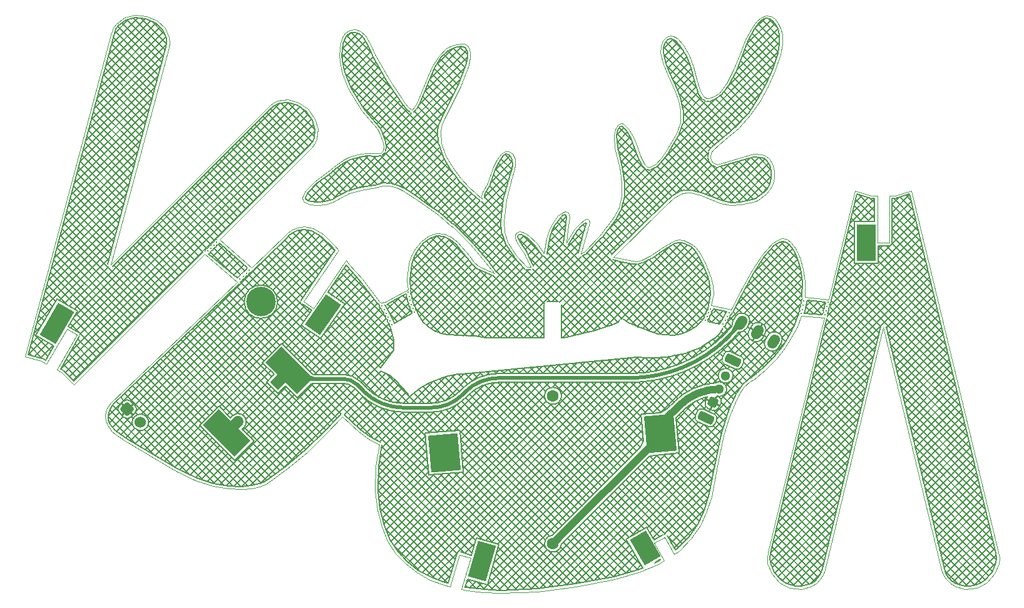
<source format=gtl>
G04*
G04 #@! TF.GenerationSoftware,Altium Limited,Altium Designer,25.1.2 (22)*
G04*
G04 Layer_Physical_Order=1*
G04 Layer_Color=3394611*
%FSLAX25Y25*%
%MOIN*%
G70*
G04*
G04 #@! TF.SameCoordinates,B79DADAE-6871-4A3D-A662-253F8C0C8E9A*
G04*
G04*
G04 #@! TF.FilePolarity,Positive*
G04*
G01*
G75*
%ADD10C,0.00394*%
%ADD11C,0.00787*%
%ADD14R,0.09843X0.19685*%
G04:AMPARAMS|DCode=15|XSize=98.43mil|YSize=196.85mil|CornerRadius=0mil|HoleSize=0mil|Usage=FLASHONLY|Rotation=164.000|XOffset=0mil|YOffset=0mil|HoleType=Round|Shape=Rectangle|*
%AMROTATEDRECTD15*
4,1,4,0.07444,0.08105,0.02018,-0.10818,-0.07444,-0.08105,-0.02018,0.10818,0.07444,0.08105,0.0*
%
%ADD15ROTATEDRECTD15*%

G04:AMPARAMS|DCode=16|XSize=98.43mil|YSize=157.48mil|CornerRadius=0mil|HoleSize=0mil|Usage=FLASHONLY|Rotation=210.000|XOffset=0mil|YOffset=0mil|HoleType=Round|Shape=Rectangle|*
%AMROTATEDRECTD16*
4,1,4,0.00325,0.09280,0.08199,-0.04359,-0.00325,-0.09280,-0.08199,0.04359,0.00325,0.09280,0.0*
%
%ADD16ROTATEDRECTD16*%

G04:AMPARAMS|DCode=17|XSize=98.43mil|YSize=196.85mil|CornerRadius=0mil|HoleSize=0mil|Usage=FLASHONLY|Rotation=150.000|XOffset=0mil|YOffset=0mil|HoleType=Round|Shape=Rectangle|*
%AMROTATEDRECTD17*
4,1,4,0.09183,0.06063,-0.00659,-0.10985,-0.09183,-0.06063,0.00659,0.10985,0.09183,0.06063,0.0*
%
%ADD17ROTATEDRECTD17*%

G04:AMPARAMS|DCode=18|XSize=98.43mil|YSize=196.85mil|CornerRadius=0mil|HoleSize=0mil|Usage=FLASHONLY|Rotation=145.000|XOffset=0mil|YOffset=0mil|HoleType=Round|Shape=Rectangle|*
%AMROTATEDRECTD18*
4,1,4,0.09677,0.05240,-0.01614,-0.10885,-0.09677,-0.05240,0.01614,0.10885,0.09677,0.05240,0.0*
%
%ADD18ROTATEDRECTD18*%

G04:AMPARAMS|DCode=19|XSize=118.11mil|YSize=236.22mil|CornerRadius=0mil|HoleSize=0mil|Usage=FLASHONLY|Rotation=45.000|XOffset=0mil|YOffset=0mil|HoleType=Round|Shape=Rectangle|*
%AMROTATEDRECTD19*
4,1,4,0.04176,-0.12528,-0.12528,0.04176,-0.04176,0.12528,0.12528,-0.04176,0.04176,-0.12528,0.0*
%
%ADD19ROTATEDRECTD19*%

G04:AMPARAMS|DCode=20|XSize=157.48mil|YSize=196.85mil|CornerRadius=0mil|HoleSize=0mil|Usage=FLASHONLY|Rotation=5.000|XOffset=0mil|YOffset=0mil|HoleType=Round|Shape=Rectangle|*
%AMROTATEDRECTD20*
4,1,4,-0.06986,-0.10491,-0.08702,0.09119,0.06986,0.10491,0.08702,-0.09119,-0.06986,-0.10491,0.0*
%
%ADD20ROTATEDRECTD20*%

%ADD40C,0.03937*%
%ADD41C,0.01968*%
%ADD42C,0.01000*%
%ADD43C,0.05906*%
G04:AMPARAMS|DCode=44|XSize=51.18mil|YSize=51.18mil|CornerRadius=12.8mil|HoleSize=0mil|Usage=FLASHONLY|Rotation=65.000|XOffset=0mil|YOffset=0mil|HoleType=Round|Shape=RoundedRectangle|*
%AMROUNDEDRECTD44*
21,1,0.05118,0.02559,0,0,65.0*
21,1,0.02559,0.05118,0,0,65.0*
1,1,0.02559,0.01700,0.00619*
1,1,0.02559,0.00619,-0.01700*
1,1,0.02559,-0.01700,-0.00619*
1,1,0.02559,-0.00619,0.01700*
%
%ADD44ROUNDEDRECTD44*%
%ADD45C,0.05118*%
G04:AMPARAMS|DCode=46|XSize=86.61mil|YSize=47.24mil|CornerRadius=11.81mil|HoleSize=0mil|Usage=FLASHONLY|Rotation=155.000|XOffset=0mil|YOffset=0mil|HoleType=Round|Shape=RoundedRectangle|*
%AMROUNDEDRECTD46*
21,1,0.08661,0.02362,0,0,155.0*
21,1,0.06299,0.04724,0,0,155.0*
1,1,0.02362,-0.02355,0.02402*
1,1,0.02362,0.03354,-0.00261*
1,1,0.02362,0.02355,-0.02402*
1,1,0.02362,-0.03354,0.00261*
%
%ADD46ROUNDEDRECTD46*%
%ADD47C,0.05906*%
%ADD48P,0.08352X4X360.0*%
%ADD49C,0.06299*%
%ADD50C,0.01181*%
%ADD51C,0.15748*%
G04:AMPARAMS|DCode=52|XSize=78.74mil|YSize=55.12mil|CornerRadius=0mil|HoleSize=0mil|Usage=FLASHONLY|Rotation=60.000|XOffset=0mil|YOffset=0mil|HoleType=Round|Shape=Round|*
%AMOVALD52*
21,1,0.02362,0.05512,0.00000,0.00000,60.0*
1,1,0.05512,-0.00591,-0.01023*
1,1,0.05512,0.00591,0.01023*
%
%ADD52OVALD52*%

G04:AMPARAMS|DCode=53|XSize=60mil|YSize=60mil|CornerRadius=15mil|HoleSize=0mil|Usage=FLASHONLY|Rotation=135.000|XOffset=0mil|YOffset=0mil|HoleType=Round|Shape=RoundedRectangle|*
%AMROUNDEDRECTD53*
21,1,0.06000,0.03000,0,0,135.0*
21,1,0.03000,0.06000,0,0,135.0*
1,1,0.03000,0.00000,0.02121*
1,1,0.03000,0.02121,0.00000*
1,1,0.03000,0.00000,-0.02121*
1,1,0.03000,-0.02121,0.00000*
%
%ADD53ROUNDEDRECTD53*%
%ADD54C,0.06000*%
%ADD55C,0.02362*%
G36*
X147498Y115619D02*
X147445Y115665D01*
X147381Y115707D01*
X147305Y115746D01*
X147218Y115781D01*
X147120Y115814D01*
X147011Y115842D01*
X146759Y115889D01*
X146616Y115908D01*
X146462Y115923D01*
X148586Y118047D01*
X148601Y117893D01*
X148667Y117498D01*
X148695Y117389D01*
X148728Y117291D01*
X148763Y117204D01*
X148802Y117128D01*
X148844Y117064D01*
X148890Y117011D01*
X147498Y115619D01*
D02*
G37*
G36*
X159797Y112402D02*
X159263Y112392D01*
X158354Y112314D01*
X157978Y112246D01*
X157656Y112158D01*
X157386Y112050D01*
X157169Y111924D01*
X157005Y111777D01*
X156894Y111611D01*
X156835Y111426D01*
X157481Y115346D01*
X160442Y114370D01*
X159797Y112402D01*
D02*
G37*
G36*
X291475Y27273D02*
X291224Y27019D01*
X290367Y26045D01*
X290275Y25910D01*
X290209Y25794D01*
X290170Y25698D01*
X290157Y25622D01*
X287039Y28740D01*
X287115Y28753D01*
X287211Y28792D01*
X287327Y28857D01*
X287462Y28949D01*
X287618Y29068D01*
X287987Y29384D01*
X288691Y30057D01*
X291475Y27273D01*
D02*
G37*
G36*
X382618Y139806D02*
X383719Y142548D01*
X386360Y139613D01*
X386218Y139733D01*
X386055Y139798D01*
X385870Y139810D01*
X385665Y139767D01*
X385438Y139671D01*
X385190Y139521D01*
X384922Y139317D01*
X384632Y139059D01*
X384320Y138747D01*
X383988Y138382D01*
X382618Y139806D01*
D02*
G37*
D10*
X28060Y140033D02*
X33514Y136883D01*
X340969Y25947D02*
X346425Y29096D01*
X237287Y19760D02*
X243311Y17919D01*
X154271Y154517D02*
X159492Y150993D01*
X346425Y29096D02*
X351654Y20038D01*
X340969Y25947D02*
X346356Y16617D01*
X238240Y1334D02*
X243311Y17919D01*
X232094Y2773D02*
X237287Y19760D01*
X466042Y185813D02*
Y211054D01*
X459742Y185813D02*
X459742Y211054D01*
X159492Y150993D02*
X176797Y176645D01*
X154271Y154517D02*
X172752Y181913D01*
X22714Y118177D02*
X33514Y136883D01*
X17258Y121322D02*
X28060Y140033D01*
X109397Y187648D02*
X158440Y236689D01*
X160090Y238791D01*
X51467Y100555D02*
X118882Y165087D01*
X101532Y179784D02*
X118882Y165087D01*
X31893Y110145D02*
X101532Y179784D01*
X109397Y187648D02*
X126622Y172496D01*
X143640Y188786D01*
X401470Y20882D02*
X431514Y145975D01*
X419051Y146821D02*
X431514Y145975D01*
X421082Y156839D02*
X433849Y155698D01*
X447777Y213688D01*
X371223Y152486D02*
X372376Y158528D01*
X371223Y152486D02*
X381725Y150247D01*
X387622Y161173D01*
X209318Y166140D02*
X209774Y161007D01*
X201181Y156299D02*
X209774Y161007D01*
X197638Y154331D02*
X201181Y156299D01*
X195669Y153937D02*
X197638Y154331D01*
X194453Y154734D02*
X195669Y153937D01*
X143640Y188786D02*
X145453Y190893D01*
X512530Y2096D02*
X515526Y3301D01*
X134186Y57225D02*
X145418Y65459D01*
X156050Y74434D01*
X130776Y56007D02*
X134186Y57225D01*
X49695Y88737D02*
X52354Y85266D01*
X48753Y91165D02*
X49695Y88737D01*
X48513Y93981D02*
X48753Y91165D01*
X126666Y55107D02*
X130776Y56007D01*
X48513Y93981D02*
X49307Y97129D01*
X51467Y100555D01*
X52354Y85266D02*
X53831Y84010D01*
X121088Y54567D02*
X126666Y55107D01*
X82449Y289978D02*
X82450D01*
X136171Y258961D02*
Y258962D01*
Y258961D02*
X138274Y260610D01*
X140671Y261708D02*
X146016Y262280D01*
X138274Y260610D02*
X140671Y261708D01*
X51433Y174226D02*
X136171Y258962D01*
X51433Y174226D02*
X82450Y289978D01*
X82578Y295248D02*
X82826Y292623D01*
X70643Y306768D02*
X76295Y304184D01*
X80401Y300163D01*
X82578Y295248D01*
X82449Y289978D02*
X82826Y292623D01*
X53019Y300608D02*
X54545Y302758D01*
X64455Y307355D02*
X70643Y306768D01*
X22714Y118177D02*
X25442Y116600D01*
X54545Y302758D02*
X58889Y305926D01*
X64455Y307355D01*
X52024Y298128D02*
X53019Y300608D01*
X52015Y298080D02*
X52024Y298128D01*
X53831Y84010D02*
X59050Y80366D01*
X86129Y64316D01*
X96563Y59262D01*
X105935Y56229D01*
X114144Y54803D01*
X121088Y54567D01*
X14531Y122900D02*
X17258Y121323D01*
X25442Y116600D02*
X31893Y110145D01*
X5708Y125263D02*
X14531Y122900D01*
X5708Y125263D02*
X52015Y298080D01*
X515526Y3301D02*
X518183Y4982D01*
X522288Y9468D01*
X145453Y190893D02*
X147672Y192641D01*
X368928Y42820D02*
X371390Y50719D01*
X374669Y67051D02*
X378005Y83273D01*
X371390Y50719D02*
X374669Y67051D01*
X365465Y35265D02*
X368928Y42820D01*
X421082Y156839D02*
X421227Y165413D01*
X411547Y187792D02*
X413995Y186047D01*
X416347Y182824D01*
X418591Y177977D01*
X420312Y172093D01*
X459742Y185813D02*
X466042D01*
X420312Y172093D02*
X421227Y165413D01*
X456592Y211054D02*
X459742D01*
X372117Y163025D02*
X372376Y158528D01*
X371189Y167252D02*
X372117Y163025D01*
X368202Y174886D02*
X371189Y167252D01*
X365081Y180688D02*
X368202Y174886D01*
X331766Y176102D02*
X334176Y176652D01*
X338847Y178928D01*
X353929Y187571D02*
X356419Y187305D01*
X361248Y185079D02*
X363321Y183225D01*
X356419Y187305D02*
X361248Y185079D01*
X345055Y183330D02*
X351449Y186935D01*
X338847Y178928D02*
X345055Y183330D01*
X363321Y183225D02*
X365081Y180688D01*
X351449Y186935D02*
X353929Y187571D01*
X360666Y28176D02*
X365465Y35265D01*
X343237Y14603D02*
X346356Y16617D01*
X354192Y21678D02*
X360666Y28176D01*
X351654Y20038D02*
X354192Y21678D01*
X431878Y11732D02*
X431880D01*
X430882Y8966D02*
X431878Y11732D01*
X429355Y6568D02*
X430882Y8966D01*
X401078Y17880D02*
X401325Y14952D01*
X403502Y9468D01*
X401078Y17880D02*
X401456Y20831D01*
X401470Y20882D01*
X332682Y10180D02*
X343237Y14603D01*
X417071Y141410D02*
X419051Y146821D01*
X414312Y135807D02*
X417071Y141410D01*
X410669Y130067D02*
X414312Y135807D01*
X406040Y124246D02*
X410669Y130067D01*
X398391Y179481D02*
X403780Y185627D01*
X409020Y188206D02*
X411547Y187792D01*
X400323Y118401D02*
X406040Y124246D01*
X403780Y185627D02*
X406426Y187436D01*
X431880Y11732D02*
X462895Y140874D01*
X447777Y213688D02*
X456592Y211054D01*
X406426Y187436D02*
X409020Y188206D01*
X383741Y100219D02*
X386348Y105429D01*
X393413Y112588D02*
X400323Y118401D01*
X387622Y161173D02*
X392967Y170939D01*
X392115Y112129D02*
X393413Y112588D01*
X392967Y170939D02*
X398391Y179481D01*
X386348Y105429D02*
X388668Y108922D01*
X392115Y112129D01*
X378005Y83273D02*
X380932Y92948D01*
X383741Y100219D01*
X466042Y211054D02*
X469191D01*
X478013Y213688D01*
X524320Y20882D01*
X462895Y140874D02*
X493910Y11732D01*
X522288Y9468D02*
X524465Y14952D01*
X493912Y11732D02*
X494908Y8966D01*
X524334Y20831D02*
X524712Y17880D01*
X524320Y20882D02*
X524334Y20831D01*
X493910Y11732D02*
X493912D01*
X494908Y8966D02*
X496434Y6568D01*
X524465Y14952D02*
X524712Y17880D01*
X168144Y224604D02*
X170106Y226438D01*
X160075Y218589D02*
X168144Y224604D01*
X175098Y229874D02*
X178623Y231564D01*
X182777Y232901D01*
X178566Y212201D02*
X185015Y214018D01*
X172983Y209143D02*
X178566Y212201D01*
X170106Y226438D02*
X175098Y229874D01*
X227051Y245624D02*
X227738Y248880D01*
X229123Y252049D01*
X227051Y245624D02*
X227476Y238986D01*
X229805Y232396D01*
X233443Y226118D02*
X237795Y220416D01*
X229123Y252049D02*
X237953Y269214D01*
X229805Y232396D02*
X233443Y226118D01*
X324576Y249175D02*
X327337Y246662D01*
X323034Y249491D02*
X324576Y249175D01*
X322749Y224232D02*
X323608Y217752D01*
X319880Y236751D02*
X322749Y224232D01*
X321519Y248776D02*
X323034Y249491D01*
X320123Y246379D02*
X321519Y248776D01*
X323606Y211085D02*
X323608Y217752D01*
X319433Y243298D02*
X319880Y236751D01*
X319433Y243298D02*
X320123Y246379D01*
X213206Y258142D02*
X214359Y260140D01*
X199884Y272779D02*
X208330Y260269D01*
X209960Y258198D01*
X211782Y256725D01*
X213206Y258142D01*
X214359Y260140D02*
X219813Y273317D01*
X347612Y235253D02*
X352920Y244328D01*
X338622Y226152D02*
X341486Y227718D01*
X329787Y242312D02*
X331743Y237339D01*
X341486Y227718D02*
X344695Y231179D01*
X327337Y246662D02*
X329787Y242312D01*
X331743Y237339D02*
X333632Y232276D01*
X335880Y227656D01*
X337163Y226358D01*
X338622Y226152D01*
X344695Y231179D02*
X347612Y235253D01*
X352920Y244328D02*
X354860Y250084D01*
X178924Y299326D02*
X181764Y299616D01*
X184565Y298591D01*
X187084Y296418D01*
X174911Y276090D02*
X178301Y267707D01*
X173746Y280711D02*
X174911Y276090D01*
X173141Y285621D02*
X173746Y280711D01*
X189795Y291701D02*
X192146Y286440D01*
X199884Y272779D01*
X193429Y246550D02*
X193857Y245960D01*
X185334Y256144D02*
X193429Y246550D01*
X178301Y267707D02*
X185334Y256144D01*
X173695Y292340D02*
X174724Y295284D01*
X176286Y297558D01*
X173141Y285621D02*
X173695Y292340D01*
X187084Y296418D02*
X189795Y291701D01*
X176286Y297558D02*
X178924Y299326D01*
X194869Y243879D02*
X196469Y239372D01*
X203703Y215268D02*
X207246Y213610D01*
X213756Y209319D01*
X192561Y215115D02*
X196307Y216285D01*
X193857Y245960D02*
X194869Y243879D01*
X182777Y232901D02*
X187517Y233632D01*
X192800Y233507D01*
X195250Y233766D01*
X196498Y235047D01*
X196815Y237024D01*
X196469Y239372D02*
X196815Y237024D01*
X196307Y216285D02*
X200038Y216248D01*
X185015Y214018D02*
X192561Y215115D01*
X200038Y216248D02*
X203703Y215268D01*
X160216Y252067D02*
X161761Y246532D01*
X155141Y213637D02*
X160075Y218589D01*
X161189Y241187D02*
X161761Y246532D01*
X160090Y238791D02*
X161189Y241187D01*
X153547Y210029D02*
X155141Y213637D01*
X156612Y257132D02*
X160216Y252067D01*
X371211Y233977D02*
X372358Y235657D01*
X370853Y231640D02*
X371282Y229871D01*
X372157Y228685D01*
X357797Y212563D02*
X360380Y212488D01*
X355227Y212028D02*
X357797Y212563D01*
X351186Y209645D02*
X355227Y212028D01*
X372157Y228685D02*
X374434Y227732D01*
X370853Y231640D02*
X371211Y233977D01*
X360380Y212488D02*
X365497Y211174D01*
X242906Y287758D02*
X242928Y284776D01*
X237953Y269214D02*
X242197Y280777D01*
X242928Y284776D01*
X242262Y289850D02*
X242906Y287758D01*
X239638Y291874D02*
X241129Y291179D01*
X230188Y289694D02*
X234325Y291428D01*
X237919Y292062D01*
X239638Y291874D01*
X222636Y279771D02*
X226061Y285429D01*
X241129Y291179D02*
X242262Y289850D01*
X219813Y273317D02*
X222636Y279771D01*
X226061Y285429D02*
X230188Y289694D01*
X359393Y286101D02*
X361873Y279650D01*
X349498Y296160D02*
X351330Y295835D01*
X353054Y294839D01*
X361873Y279650D02*
X363641Y273043D01*
X345888Y280828D02*
X348263Y275153D01*
X345599Y293480D02*
X347395Y295466D01*
X344261Y287103D02*
X345888Y280828D01*
X344443Y290570D02*
X345599Y293480D01*
X344261Y287103D02*
X344443Y290570D01*
X356144Y291589D02*
X359393Y286101D01*
X347395Y295466D02*
X349498Y296160D01*
X353054Y294839D02*
X356144Y291589D01*
X367585Y263557D02*
X368872Y262833D01*
X365599Y266589D02*
X367585Y263557D01*
X370260Y262839D02*
X372889Y263888D01*
X354860Y250084D02*
X354884Y256611D01*
X353727Y261659D02*
X354884Y256611D01*
X352089Y266330D02*
X353727Y261659D01*
X348263Y275153D02*
X352089Y266330D01*
X368872Y262833D02*
X370260Y262839D01*
X363641Y273043D02*
X365599Y266589D01*
X264940Y219472D02*
X266609Y224815D01*
X255084Y226325D02*
X257076Y230212D01*
X259497Y233414D01*
X261444Y234623D01*
X263548Y234609D01*
X265426Y233302D01*
X266697Y230631D01*
X266987Y227677D01*
X242266Y215553D02*
X249187Y209397D01*
X248761Y210825D02*
X249187Y209397D01*
X248761Y210825D02*
X249638Y212878D01*
X252059Y217449D01*
X262103Y208757D02*
X264940Y219472D01*
X252059Y217449D02*
X255084Y226325D01*
X237795Y220416D02*
X242266Y215553D01*
X266609Y224815D02*
X266987Y227677D01*
X506342Y1441D02*
X509395Y1468D01*
X498415Y4578D02*
X500777Y3035D01*
X496434Y6568D02*
X498415Y4578D01*
X425012Y3035D02*
X427374Y4578D01*
X509395Y1468D02*
X512530Y2096D01*
X500777Y3035D02*
X506342Y1441D01*
X413260Y2096D02*
X416394Y1468D01*
X419448Y1441D02*
X425012Y3035D01*
X427374Y4578D02*
X429355Y6568D01*
X407607Y4982D02*
X410264Y3301D01*
X403502Y9468D02*
X407607Y4982D01*
X410264Y3301D02*
X413260Y2096D01*
X147672Y192641D02*
X150722Y194066D01*
X154571Y194577D01*
X159187Y193584D01*
X164538Y190498D01*
X170591Y184727D01*
X153547Y210029D02*
X153772Y208687D01*
X154557Y207631D01*
X169962Y207483D02*
X172983Y209143D01*
X165875Y206369D02*
X169962Y207483D01*
X161455Y205933D02*
X165875Y206369D01*
X157438Y206310D02*
X161455Y205933D01*
X151548Y260735D02*
X156612Y257132D01*
X154557Y207631D02*
X157438Y206310D01*
X146016Y262280D02*
X151548Y260735D01*
X319752Y6605D02*
X332682Y10180D01*
X299115Y2626D02*
X319752Y6605D01*
X259208Y-809D02*
X278740Y0D01*
X299115Y2626D01*
X228804Y3544D02*
X232094Y2773D01*
X241097Y663D02*
X249939Y-387D01*
X238240Y1334D02*
X241097Y663D01*
X174982Y93117D02*
X183474Y85168D01*
X188722Y81395D01*
X165948Y83778D02*
X174982Y93117D01*
X192351Y53582D02*
X192553Y67011D01*
X194369Y78414D01*
X188722Y81395D02*
X194369Y78414D01*
X156050Y74434D02*
X165948Y83778D01*
X221319Y6437D02*
X228804Y3544D01*
X176797Y176645D02*
X178684Y174188D01*
X170591Y184727D02*
X172752Y181913D01*
X249939Y-387D02*
X259208Y-809D01*
X203290Y20399D02*
X208487Y14804D01*
X193459Y43546D02*
X195701Y34710D01*
X199003Y27014D01*
X203290Y20399D01*
X208487Y14804D02*
X214522Y10170D01*
X221319Y6437D01*
X192351Y53582D02*
X193459Y43546D01*
X397846Y306089D02*
X400422Y307094D01*
X403095Y306640D01*
X393409Y301250D02*
X395473Y304012D01*
X397846Y306089D01*
X403095Y306640D02*
X405091Y305206D01*
X406875Y303104D01*
X389628Y294120D02*
X393409Y301250D01*
X386477Y286211D02*
X389628Y294120D01*
X406875Y303104D02*
X408268Y300385D01*
X416394Y1468D02*
X419448Y1441D01*
X409091Y297103D02*
X409188Y291670D01*
X408262Y286403D02*
X409188Y291670D01*
X408268Y300385D02*
X409091Y297103D01*
X306308Y197871D02*
X306468Y196564D01*
X304004Y198156D02*
X305661Y198475D01*
X306308Y197871D01*
X301834Y180089D02*
X303929Y181345D01*
X304103Y188362D02*
X306468Y196564D01*
X311907Y189575D02*
X319287Y199121D01*
X303929Y181345D02*
X311907Y189575D01*
X301834Y180089D02*
X304103Y188362D01*
X210344Y175041D02*
X211665Y179049D01*
X273031Y173025D02*
X275287Y173093D01*
X267634Y179032D02*
X273031Y173025D01*
X271871Y179994D02*
X275287Y173093D01*
X211665Y179049D02*
X213480Y182525D01*
X216875Y186710D01*
X236245Y186275D02*
X242377Y179017D01*
X232845Y188971D02*
X236245Y186275D01*
X242377Y179017D02*
X244791Y175707D01*
X251320Y175293D02*
X255737Y169525D01*
X244791Y175707D02*
X247518Y173207D01*
X255737Y169525D01*
X242813Y185204D02*
X251320Y175293D01*
X220759Y189610D02*
X224932Y190997D01*
X216875Y186710D02*
X220759Y189610D01*
X233923Y194185D02*
X242813Y185204D01*
X232429Y195103D02*
X233923Y194185D01*
X224932Y190997D02*
X229195Y190647D01*
X232845Y188971D01*
X209318Y166140D02*
X210344Y175041D01*
X185361Y166718D02*
X194453Y154734D01*
X178684Y174188D02*
X185361Y166718D01*
X270732Y191718D02*
X273944Y189931D01*
X278366Y185692D01*
X282284Y180332D01*
X260743Y197331D02*
X261170Y191485D01*
X267905Y186089D02*
X271871Y179994D01*
X282284Y180332D02*
X283613Y188401D01*
X260743Y197331D02*
X262103Y208757D01*
X266773Y190045D02*
X266789Y188626D01*
X266773Y190045D02*
X267425Y191195D01*
X269056Y191884D01*
X270732Y191718D01*
X266789Y188626D02*
X267905Y186089D01*
X261170Y191485D02*
X262894Y186317D01*
X267634Y179032D01*
X219140Y205488D02*
X226047Y200598D01*
X232429Y195103D01*
X295102Y201946D02*
X295734Y199607D01*
X293572Y202618D02*
X295102Y201946D01*
X291467Y201774D02*
X293572Y202618D01*
X286334Y195438D02*
X289574Y200115D01*
X291467Y201774D01*
X213756Y209319D02*
X219140Y205488D01*
X301138Y195993D02*
X304004Y198156D01*
X383352Y278267D02*
X386477Y286211D01*
X387090Y206256D02*
X394913Y207906D01*
X374434Y227732D02*
X393791Y233171D01*
X379651Y271032D02*
X383352Y278267D01*
X378563Y240799D02*
X385704Y246793D01*
X375364Y265680D02*
X379651Y271032D01*
X381603Y205908D02*
X387090Y206256D01*
X385704Y246793D02*
X392324Y254161D01*
X319272Y178422D02*
X324288Y177160D01*
X329324Y176158D01*
X319272Y178422D02*
X347435Y206185D01*
X322117Y204504D02*
X323606Y211085D01*
X319287Y199121D02*
X322117Y204504D01*
X329324Y176158D02*
X331766Y176102D01*
X347435Y206185D02*
X351186Y209645D01*
X294047Y185878D02*
X294855Y192757D01*
X284761Y192129D02*
X286334Y195438D01*
X283613Y188401D02*
X284761Y192129D01*
X294047Y185878D02*
X298501Y193148D01*
X294855Y192757D02*
X295734Y199607D01*
X298501Y193148D02*
X301138Y195993D01*
X376183Y207063D02*
X381603Y205908D01*
X365497Y211174D02*
X376183Y207063D01*
X372358Y235657D02*
X378563Y240799D01*
X372889Y263888D02*
X375364Y265680D01*
X397085Y261375D02*
X401380Y269343D01*
X400458Y211812D02*
X402352Y213880D01*
X396328Y208496D02*
X400458Y211812D01*
X404793Y224258D02*
X404843Y220301D01*
X393791Y233171D02*
X398084Y232919D01*
X400170Y232188D01*
X402114Y230729D01*
X403851Y227930D01*
X404793Y224258D01*
X403899Y216643D02*
X404843Y220301D01*
X402352Y213880D02*
X403899Y216643D01*
X392324Y254161D02*
X397085Y261375D01*
X401380Y269343D02*
X405194Y277488D01*
X394913Y207906D02*
X396328Y208496D01*
X405194Y277488D02*
X408262Y286403D01*
D11*
X434247Y152917D02*
G03*
X435091Y154312I-731J1395D01*
G01*
X431942Y154356D02*
G03*
X432232Y153401I1574J-44D01*
G01*
X433666Y150597D02*
G03*
X434537Y152006I-703J1409D01*
G01*
D02*
G03*
X434247Y152917I-1575J0D01*
G01*
X433974Y149661D02*
G03*
X433666Y150597I-1575J0D01*
G01*
X432232Y153401D02*
G03*
X431696Y151070I731J-1395D01*
G01*
Y151070D02*
G03*
X431065Y148825I703J-1409D01*
G01*
X422127Y154210D02*
G03*
X422245Y154807I-1457J597D01*
G01*
X421786Y152529D02*
G03*
X422146Y153890I-2396J1361D01*
G01*
X421786Y152529D02*
G03*
X422146Y153890I-2396J1361D01*
G01*
X421652Y151910D02*
G03*
X421786Y152529I-1440J636D01*
G01*
X421340Y150369D02*
G03*
X421663Y151664I-2433J1295D01*
G01*
X421340Y150369D02*
G03*
X421663Y151664I-2433J1295D01*
G01*
X421189Y149672D02*
G03*
X421340Y150344I-1424J672D01*
G01*
X371403Y149263D02*
G03*
X372465Y150680I-511J1489D01*
G01*
X433209Y148310D02*
G03*
X433974Y149661I-809J1351D01*
G01*
X431065Y148825D02*
G03*
X430302Y147568I809J-1351D01*
G01*
X433449Y147474D02*
G03*
X433209Y148310I-1575J0D01*
G01*
X420903Y148260D02*
G03*
X421195Y149494I-2464J1234D01*
G01*
X420903Y148260D02*
G03*
X421195Y149494I-2464J1234D01*
G01*
X379328Y149027D02*
G03*
X378640Y147751I1995J-1901D01*
G01*
X371523Y148659D02*
G03*
X371403Y149263I-1575J0D01*
G01*
X369851Y151934D02*
G03*
X369437Y150148I1041J-1182D01*
G01*
X370506Y147186D02*
G03*
X371523Y148659I-557J1473D01*
G01*
X369437Y150148D02*
G03*
X368476Y148100I511J-1489D01*
G01*
X432958Y146332D02*
G03*
X433449Y147474I-1084J1142D01*
G01*
X378640Y147751D02*
G03*
X378312Y147186I1169J-1055D01*
G01*
X378312Y147186D02*
G03*
X377472Y145629I1877J-2018D01*
G01*
X377472D02*
G03*
X377192Y145092I1231J-982D01*
G01*
X369502Y145124D02*
G03*
X370608Y146627I-469J1503D01*
G01*
X377192Y145092D02*
G03*
X376426Y143671I1935J-1962D01*
G01*
X376171Y143254D02*
G03*
X375665Y142725I1720J-2153D01*
G01*
X368476Y148100D02*
G03*
X367597Y145983I557J-1473D01*
G01*
D02*
G03*
X366492Y144531I469J-1503D01*
G01*
X369640Y144479D02*
G03*
X369502Y145124I-1575J0D01*
G01*
X212512Y155211D02*
G03*
X211768Y156549I-1575J0D01*
G01*
X211998Y157369D02*
G03*
X211237Y158718I-1575J0D01*
G01*
X211768Y156549D02*
G03*
X211998Y157369I-1344J820D01*
G01*
X213933Y150941D02*
G03*
X212942Y152404I-1575J0D01*
G01*
Y152404D02*
G03*
X213078Y153045I-1438J641D01*
G01*
X213805Y150318D02*
G03*
X213933Y150941I-1446J623D01*
G01*
X212292Y154408D02*
G03*
X212512Y155211I-1355J802D01*
G01*
X213078Y153045D02*
G03*
X212292Y154408I-1575J0D01*
G01*
X211478Y159555D02*
G03*
X211173Y160486I-1575J0D01*
G01*
X211237Y158718D02*
G03*
X211478Y159555I-1334J837D01*
G01*
X209090Y158207D02*
G03*
X209593Y156031I1334J-837D01*
G01*
X210149Y153848D02*
G03*
X210920Y151583I1355J-802D01*
G01*
Y151582D02*
G03*
X211757Y149486I1438J-641D01*
G01*
X209593Y156031D02*
G03*
X210149Y153848I1344J-820D01*
G01*
X214778Y148863D02*
G03*
X213805Y150318I-1575J0D01*
G01*
X211757Y149486D02*
G03*
X211733Y148298I1446J-623D01*
G01*
X107912Y187758D02*
G03*
X106356Y186197I20J-1575D01*
G01*
X107945Y184608D02*
G03*
X109407Y185633I-14J1575D01*
G01*
X106356Y183047D02*
G03*
X107945Y184608I15J1575D01*
G01*
X106356Y186197D02*
G03*
X104796Y184607I14J-1575D01*
G01*
X104785Y181458D02*
G03*
X106356Y183033I-4J1575D01*
G01*
X103663Y179954D02*
G03*
X104785Y181458I-452J1508D01*
G01*
X104796Y184607D02*
G03*
X103206Y183037I-15J-1575D01*
G01*
X103206Y183037D02*
G03*
X101647Y181267I4J-1575D01*
G01*
X208612Y158653D02*
G03*
X209090Y158207I1290J903D01*
G01*
X199408Y149550D02*
G03*
X198669Y150760I-2642J-783D01*
G01*
X199408Y149550D02*
G03*
X198669Y150760I-2642J-783D01*
G01*
X199828Y148821D02*
G03*
X199408Y149550I-1525J-394D01*
G01*
X198317Y151365D02*
G03*
X197468Y152760I-2673J-671D01*
G01*
X198669Y150760D02*
G03*
X198317Y151365I-1503J-470D01*
G01*
X124042Y172160D02*
G03*
X122874Y171041I1238J-2462D01*
G01*
X124042Y172160D02*
G03*
X122874Y171041I1238J-2462D01*
G01*
X122874Y171041D02*
G03*
X122428Y170625I831J-1338D01*
G01*
Y170625D02*
G03*
X121165Y169416I1176J-2493D01*
G01*
X198317Y151365D02*
G03*
X197468Y152760I-2673J-671D01*
G01*
X120751Y169020D02*
G03*
X119489Y167812I1176J-2492D01*
G01*
X119489D02*
G03*
X119016Y167327I864J-1316D01*
G01*
X201474Y145417D02*
G03*
X200862Y146726I-2715J-471D01*
G01*
X202494Y143272D02*
G03*
X201774Y144813I-2735J-339D01*
G01*
X202494Y143272D02*
G03*
X201774Y144813I-2735J-339D01*
G01*
X201474Y145417D02*
G03*
X200862Y146726I-2715J-471D01*
G01*
X201774Y144813D02*
G03*
X201474Y145417I-1528J-383D01*
G01*
X200540Y147411D02*
G03*
X199828Y148821I-2713J-485D01*
G01*
X200540Y147411D02*
G03*
X199828Y148821I-2713J-485D01*
G01*
X200862Y146726D02*
G03*
X200540Y147411I-1544J-308D01*
G01*
X419791Y156114D02*
G03*
X419390Y153890I879J-1307D01*
G01*
D02*
G03*
X418907Y151664I822J-1343D01*
G01*
Y151664D02*
G03*
X418439Y149494I858J-1321D01*
G01*
Y149494D02*
G03*
X417842Y147678I891J-1299D01*
G01*
X400440Y139394D02*
G03*
X392696Y141469I-4150J0D01*
G01*
X391210Y142327D02*
G03*
X391764Y144394I-3580J2067D01*
G01*
D02*
G03*
X384050Y146461I-4134J0D01*
G01*
X409084Y134394D02*
G03*
X401370Y136461I-4134J0D01*
G01*
X408530Y132327D02*
G03*
X409084Y134394I-3580J2067D01*
G01*
X399884Y137320D02*
G03*
X400440Y139394I-3594J2075D01*
G01*
X400189Y134416D02*
G03*
X407349Y130282I3580J-2067D01*
G01*
X391515Y139424D02*
G03*
X398703Y135274I3594J-2075D01*
G01*
X385727Y138278D02*
G03*
X390029Y140282I721J4070D01*
G01*
X388678Y123028D02*
G03*
X387200Y125348I-2559J0D01*
G01*
X388438Y121947D02*
G03*
X388678Y123028I-2319J1082D01*
G01*
X384039Y118568D02*
G03*
X387439Y119806I1082J2319D01*
G01*
X382869Y144416D02*
G03*
X382348Y141826I3580J-2067D01*
G01*
X381324Y147126D02*
G03*
X382427Y148628I-472J1502D01*
G01*
X380189Y145168D02*
G03*
X381384Y146696I-380J1528D01*
G01*
X379128Y143130D02*
G03*
X380278Y144647I-425J1516D01*
G01*
X377891Y141101D02*
G03*
X379202Y142653I-264J1553D01*
G01*
X381491Y128010D02*
G03*
X378090Y126772I-1082J-2319D01*
G01*
X377092Y124631D02*
G03*
X378330Y121230I2319J-1082D01*
G01*
X327762Y116219D02*
G03*
X378527Y137216I5J71856D01*
G01*
X327759Y111495D02*
G03*
X381924Y133932I8J76581D01*
G01*
X382875Y115082D02*
G03*
X375370Y116746I-3937J0D01*
G01*
X382506Y113418D02*
G03*
X382875Y115082I-3568J1664D01*
G01*
X375370Y116746D02*
G03*
X377274Y111514I3568J-1664D01*
G01*
Y111514D02*
G03*
X373426Y111222I-1664J-3568D01*
G01*
X377274Y111514D02*
G03*
X382506Y113418I1664J3568D01*
G01*
X379547Y107946D02*
G03*
X377274Y111514I-3937J0D01*
G01*
X379178Y106282D02*
G03*
X379547Y107946I-3568J1664D01*
G01*
X374272Y104244D02*
G03*
X379178Y106282I1338J3703D01*
G01*
X376656Y101429D02*
G03*
X375113Y103851I-2673J0D01*
G01*
X376406Y100299D02*
G03*
X376656Y101429I-2423J1130D01*
G01*
X371772Y96687D02*
G03*
X375324Y97980I1130J2423D01*
G01*
X373426Y111222D02*
G03*
X351826Y101441I2184J-33564D01*
G01*
X368159Y101321D02*
G03*
X369452Y97768I2423J-1130D01*
G01*
X369359Y103864D02*
G03*
X356564Y96714I6251J-26207D01*
G01*
X367182Y97324D02*
G03*
X363781Y96086I-1082J-2319D01*
G01*
X374129Y91261D02*
G03*
X374368Y92342I-2319J1082D01*
G01*
D02*
G03*
X372891Y94662I-2559J0D01*
G01*
X362783Y93945D02*
G03*
X364020Y90544I2319J-1082D01*
G01*
X369729Y87882D02*
G03*
X373130Y89120I1082J2319D01*
G01*
X257992Y111495D02*
G03*
X242118Y104919I0J-22449D01*
G01*
X291535Y104331D02*
G03*
X291535Y104331I-4528J0D01*
G01*
X286798Y30113D02*
G03*
X291531Y25381I210J-4523D01*
G01*
X194542Y152874D02*
G03*
X195644Y150694I1438J-642D01*
G01*
D02*
G03*
X196766Y148767I1522J-404D01*
G01*
X197827Y146926D02*
G03*
X198758Y144946I1491J-508D01*
G01*
X198758Y144946D02*
G03*
X199759Y142933I1488J-516D01*
G01*
X196766Y148767D02*
G03*
X197827Y146926I1538J-340D01*
G01*
X199759Y142933D02*
G03*
X200486Y140953I1461J-587D01*
G01*
X257992Y116219D02*
G03*
X238772Y108254I0J-27173D01*
G01*
X222158Y100394D02*
G03*
X237104Y106586I-4J21141D01*
G01*
X222154Y95669D02*
G03*
X240450Y103251I0J25866D01*
G01*
X184127Y112127D02*
G03*
X175385Y115748I-8741J-8741D01*
G01*
X180786Y108787D02*
G03*
X175385Y111024I-5401J-5401D01*
G01*
X187723Y108531D02*
G03*
X207369Y100394I19650J19658D01*
G01*
X184384Y105189D02*
G03*
X207373Y95669I22989J22999D01*
G01*
X125280Y169697D02*
G03*
X126900Y171041I62J1574D01*
G01*
X140331Y154493D02*
G03*
X140331Y154493I-8858J0D01*
G01*
X123603Y168132D02*
G03*
X125280Y169697I102J1571D01*
G01*
X121927Y166528D02*
G03*
X123604Y168099I102J1571D01*
G01*
X120359Y164920D02*
G03*
X121928Y166495I-6J1575D01*
G01*
X122405Y93665D02*
G03*
X116280Y93665I-3062J-3062D01*
G01*
X62290Y101404D02*
G03*
X58198Y101404I-2046J-2046D01*
G01*
X65259Y97236D02*
G03*
X64411Y99282I-2894J0D01*
G01*
Y95190D02*
G03*
X65259Y97236I-2046J2046D01*
G01*
X56077Y99282D02*
G03*
X56077Y95190I2046J-2046D01*
G01*
X123673Y90603D02*
G03*
X116280Y93665I-4331J0D01*
G01*
X123673Y90603D02*
G03*
X122405Y93665I-4331J0D01*
G01*
X70411Y93261D02*
G03*
X64219Y87070I-3096J-3096D01*
G01*
X122405Y87540D02*
G03*
X123673Y90603I-3062J3062D01*
G01*
X122405Y87540D02*
G03*
X123673Y90603I-3062J3062D01*
G01*
X71693Y90165D02*
G03*
X70411Y93261I-4378J0D01*
G01*
X64219Y87070D02*
G03*
X71693Y90165I3096J3096D01*
G01*
X58198Y93069D02*
G03*
X62290Y93069I2046J2046D01*
G01*
X401902Y305314D02*
X406305Y300912D01*
X404061Y304090D02*
X405613Y302261D01*
X398437Y304604D02*
X407614Y295427D01*
X396285Y302580D02*
X407589Y291276D01*
X387581Y284901D02*
X405305Y302625D01*
X407587Y296903D02*
X407679Y291789D01*
X406848Y299852D02*
X407587Y296903D01*
X406798Y286781D02*
X407679Y291789D01*
X405613Y302261D02*
X406848Y299852D01*
X394534Y300155D02*
X406964Y287725D01*
X400581Y305539D02*
X402499Y305213D01*
X398640Y304781D02*
X400581Y305539D01*
X402499Y305213D02*
X404061Y304090D01*
X396585Y302983D02*
X398640Y304781D01*
X394592Y300264D02*
X399409Y305082D01*
X394686Y300441D02*
X396585Y302983D01*
X390998Y293486D02*
X394686Y300441D01*
X390341Y291837D02*
X403207Y304704D01*
X387878Y285656D02*
X390998Y293486D01*
X393087Y297426D02*
X406013Y284500D01*
X391640Y294697D02*
X404944Y281394D01*
X403795Y278055D02*
X406798Y286781D01*
X390336Y291826D02*
X403875Y278287D01*
X389146Y288840D02*
X402563Y275423D01*
X400033Y270021D02*
X403795Y278055D01*
X400983Y229694D02*
X402449Y227331D01*
X396365Y231511D02*
X403106Y224770D01*
X392467Y231234D02*
X403309Y220391D01*
X395790Y262150D02*
X400033Y270021D01*
X391128Y255085D02*
X395790Y262150D01*
X393955Y231652D02*
X397785Y231427D01*
X387956Y285854D02*
X401231Y272579D01*
X386777Y282858D02*
X399886Y269748D01*
X397785Y231427D02*
X399452Y230843D01*
X400983Y229694D01*
X389207Y230318D02*
X402427Y217098D01*
X385947Y229402D02*
X400863Y214485D01*
X384873Y278017D02*
X406800Y299945D01*
X385598Y279861D02*
X398424Y267035D01*
X384358Y276925D02*
X396961Y264321D01*
X379643Y268612D02*
X407593Y296562D01*
X382944Y274162D02*
X395459Y261648D01*
X381531Y271400D02*
X393799Y259132D01*
X384654Y247879D02*
X391128Y255085D01*
X380363Y244277D02*
X390753Y254667D01*
X379866Y268890D02*
X392139Y256616D01*
X378008Y266571D02*
X390355Y254224D01*
X384754Y277716D02*
X387878Y285656D01*
X380992Y270346D02*
X384693Y277581D01*
X376540Y264738D02*
X380827Y270090D01*
X347862Y280014D02*
X382122Y245754D01*
X350946Y272755D02*
X379852Y243848D01*
X373773Y262668D02*
X376248Y264460D01*
X376071Y264332D02*
X388379Y252025D01*
X373627Y262601D02*
X386403Y249825D01*
X370645Y261407D02*
X384392Y247659D01*
X346956Y231750D02*
X407667Y292460D01*
X374842Y226281D02*
X393955Y231652D01*
X354462Y244183D02*
X390195Y208451D01*
X323596Y204213D02*
X406934Y287551D01*
X316121Y192563D02*
X404940Y281381D01*
X382687Y228486D02*
X398778Y212395D01*
X377760Y208268D02*
X399957Y230464D01*
X371587Y210446D02*
X392339Y231198D01*
X374603Y209286D02*
X396802Y231485D01*
X377598Y241956D02*
X384654Y247879D01*
X355744Y259605D02*
X375298Y240050D01*
X371396Y236817D02*
X377598Y241956D01*
X353689Y242658D02*
X373636Y262604D01*
X353952Y265573D02*
X377582Y241942D01*
X368571Y211606D02*
X386531Y229566D01*
X352996Y241473D02*
X386727Y207743D01*
X349914Y236204D02*
X377874Y208243D01*
X351455Y238839D02*
X382800Y207494D01*
X475094Y211244D02*
X477669Y208669D01*
X469622Y209610D02*
X476919Y211789D01*
X471878Y210284D02*
X478989Y203173D01*
X467549Y206188D02*
X471546Y210185D01*
X467549Y202012D02*
X476998Y211461D01*
X467549Y197836D02*
X477807Y208094D01*
X467549Y209547D02*
X469191D01*
X468439D02*
X480308Y197677D01*
X456592Y209547D02*
X458235Y209547D01*
X458235Y197244D02*
X458235Y209547D01*
X455715Y209744D02*
X458235Y207223D01*
X448871Y211788D02*
X456161Y209610D01*
X449760Y211522D02*
X458235Y203047D01*
X447796Y207314D02*
X451488Y211006D01*
X448183Y208924D02*
X458235Y198872D01*
X450253Y197244D02*
X458235Y205226D01*
X454429Y197244D02*
X458235Y201050D01*
X447374Y205557D02*
X455687Y197244D01*
X447441D02*
X458235D01*
X467549Y202085D02*
X482948Y186686D01*
X467549Y189485D02*
X479424Y201360D01*
X467549Y197909D02*
X484268Y181190D01*
X467549Y206261D02*
X481628Y192182D01*
X467348Y185108D02*
X480233Y197993D01*
X467549Y193734D02*
X485588Y175694D01*
X467549Y189558D02*
X486908Y170199D01*
X467477Y185454D02*
X488228Y164703D01*
X464448Y184307D02*
X489548Y159207D01*
X467549Y193661D02*
X478615Y204727D01*
X467549Y185813D02*
Y209547D01*
X466747Y184507D02*
X467348Y185108D01*
X460039Y177799D02*
X466747Y184507D01*
X447441Y174803D02*
Y197244D01*
X460039Y184307D02*
X466042D01*
X460039Y181975D02*
X462371Y184307D01*
X447441Y174803D02*
X460039D01*
Y184307D01*
X403289Y224059D02*
X403333Y220483D01*
X402449Y227331D02*
X403289Y224059D01*
X390545Y208524D02*
X403323Y221303D01*
X385510Y207665D02*
X403006Y225161D01*
X381203Y207534D02*
X401894Y228226D01*
X402489Y217209D02*
X403333Y220483D01*
X401123Y214769D02*
X402489Y217209D01*
X399424Y212914D02*
X401123Y214769D01*
X397831Y211635D02*
X401324Y215128D01*
X395551Y209805D02*
X399424Y212914D01*
X379427Y227570D02*
X396462Y210535D01*
X371575Y227295D02*
X373852Y226342D01*
X376167Y226654D02*
X393643Y209178D01*
X362192Y213579D02*
X374916Y226302D01*
X365514Y212725D02*
X380723Y227934D01*
X394464Y209351D02*
X395551Y209805D01*
X386885Y207753D02*
X394464Y209351D01*
X366038Y212580D02*
X376613Y208512D01*
X381715Y207425D01*
X446476Y201818D02*
X454703Y210046D01*
X446565Y202190D02*
X451511Y197244D01*
X445156Y196323D02*
X458235Y209402D01*
X441713Y181987D02*
X447441Y176259D01*
X435315Y155346D02*
X448871Y211788D01*
X439876Y174339D02*
X447441Y181904D01*
X438556Y168844D02*
X447441Y177728D01*
X437236Y163348D02*
X448692Y174803D01*
X435916Y157852D02*
X452868Y174803D01*
X444948Y195456D02*
X447441Y192963D01*
X445756Y198823D02*
X447441Y197138D01*
X444139Y192089D02*
X447441Y188787D01*
X381715Y207425D02*
X386885Y207753D01*
X443836Y190827D02*
X447441Y194432D01*
X443330Y188721D02*
X447441Y184611D01*
X442522Y185354D02*
X447441Y180435D01*
X442516Y185331D02*
X447441Y190256D01*
X441196Y179835D02*
X447441Y186080D01*
X360438Y279184D02*
X362185Y272653D01*
X358032Y285442D02*
X360438Y279184D01*
X352037Y270237D02*
X360553Y278753D01*
X349515Y276066D02*
X358271Y284822D01*
X350774Y273150D02*
X359430Y281806D01*
X364339Y265763D02*
X366324Y262731D01*
X362199Y272605D02*
X364157Y266151D01*
X366847Y262243D02*
X368133Y261520D01*
X353300Y267324D02*
X361435Y275459D01*
X354412Y264260D02*
X362329Y272177D01*
X352112Y293643D02*
X354934Y290674D01*
X350805Y294398D02*
X352112Y293643D01*
X350047Y294532D02*
X356428Y288151D01*
X349609Y294610D02*
X350805Y294398D01*
X348245Y294160D02*
X349609Y294610D01*
X354934Y290674D02*
X358032Y285442D01*
X353511Y266828D02*
X355149Y262158D01*
X348283Y279010D02*
X356799Y287526D01*
X349649Y275744D02*
X353472Y266929D01*
X370819Y261439D02*
X373448Y262489D01*
X368878Y261326D02*
X370267Y261332D01*
X369966Y234827D02*
X371113Y236507D01*
X356384Y254788D02*
X373015Y238158D01*
X356369Y250628D02*
X370860Y236136D01*
X369364Y231868D02*
X369721Y234205D01*
X369389Y231285D02*
X369818Y229517D01*
X352331Y212069D02*
X369810Y229548D01*
X348307Y233635D02*
X371440Y210502D01*
X356380Y253701D02*
X365963Y263283D01*
X356185Y257681D02*
X364318Y265814D01*
X356201Y249346D02*
X368297Y261441D01*
X355406Y261078D02*
X363301Y268973D01*
X355196Y261996D02*
X356353Y256948D01*
X356367Y250079D02*
X356391Y256606D01*
X355514Y247307D02*
X369575Y233246D01*
X354348Y243847D02*
X356288Y249603D01*
X348912Y234492D02*
X354221Y243567D01*
X346272Y285350D02*
X353307Y292386D01*
X346899Y292671D02*
X348245Y294160D01*
X347295Y293109D02*
X359950Y280454D01*
X345935Y290244D02*
X346899Y292671D01*
X345876Y289131D02*
X351019Y294274D01*
X347132Y282035D02*
X355245Y290148D01*
X347320Y281311D02*
X349649Y275744D01*
X346121Y285931D02*
X363398Y268654D01*
X345778Y287256D02*
X347320Y281311D01*
X345949Y290279D02*
X361678Y274550D01*
X345778Y287256D02*
X345935Y290244D01*
X323223Y247914D02*
X323868Y247781D01*
X326143Y245711D01*
X322585Y247613D02*
X323223Y247914D01*
X321542Y245822D02*
X322585Y247613D01*
X326143Y245711D02*
X328423Y241664D01*
X322297Y247118D02*
X328859Y240555D01*
X320993Y243368D02*
X324673Y247049D01*
X320951Y243182D02*
X321542Y245822D01*
X345920Y230302D02*
X348837Y234375D01*
X330336Y236800D02*
X332220Y231750D01*
X332277Y231617D02*
X334525Y226996D01*
X321176Y239886D02*
X350255Y210808D01*
X321810Y235077D02*
X348068Y208819D01*
X342590Y226694D02*
X345800Y230155D01*
X346564Y231202D02*
X364878Y212889D01*
X324578Y221899D02*
X332938Y230258D01*
X323051Y229660D02*
X345912Y206799D01*
X328423Y241664D02*
X330336Y236800D01*
X321209Y239409D02*
X326636Y244836D01*
X321669Y235693D02*
X328141Y242165D01*
X320951Y243182D02*
X321375Y236972D01*
X321153Y244085D02*
X331465Y233773D01*
X323226Y228898D02*
X330551Y236224D01*
X324005Y225501D02*
X331686Y233182D01*
X322447Y232295D02*
X329381Y239229D01*
X321375Y236972D02*
X324218Y224568D01*
X358488Y214051D02*
X371686Y227249D01*
X370070Y228977D02*
X370945Y227790D01*
X344662Y228928D02*
X359571Y214019D01*
X342653Y226761D02*
X355740Y213674D01*
X340033Y225206D02*
X352858Y212380D01*
X357841Y214069D02*
X360424Y213995D01*
X354920Y213503D02*
X357490Y214038D01*
X360755Y213948D02*
X365872Y212633D01*
X350421Y210943D02*
X354462Y213326D01*
X354039Y186044D02*
X356013Y185833D01*
X339346Y224830D02*
X342209Y226396D01*
X334808Y226596D02*
X336091Y225299D01*
X336952Y224866D02*
X338411Y224660D01*
X325067Y218212D02*
X334305Y227449D01*
X325114Y214083D02*
X336234Y225202D01*
X346414Y207292D02*
X350165Y210752D01*
X325114Y215070D02*
X339603Y200580D01*
X325113Y211085D02*
X325115Y217752D01*
X325082Y210926D02*
X337501Y198507D01*
X354152Y186031D02*
X367411Y172772D01*
X362185Y182220D02*
X363794Y179899D01*
X351036Y184972D02*
X369897Y166111D01*
X348365Y183466D02*
X370718Y161115D01*
X345709Y181947D02*
X370567Y157089D01*
X369743Y166814D02*
X370619Y162819D01*
X370861Y158627D01*
X363794Y179899D02*
X366832Y174252D01*
X369743Y166814D01*
X360412Y183805D02*
X362185Y182220D01*
X356013Y185833D02*
X360412Y183805D01*
X361756Y182603D02*
X362287Y182072D01*
X352016Y185525D02*
X354039Y186044D01*
X345863Y182055D02*
X352016Y185525D01*
X339718Y177699D02*
X345863Y182055D01*
X334836Y175297D02*
X339507Y177573D01*
X332101Y174633D02*
X334510Y175182D01*
X329290Y174652D02*
X331732Y174596D01*
X324264Y224271D02*
X343809Y204726D01*
X324818Y209611D02*
X340872Y225665D01*
X324902Y219458D02*
X341706Y202653D01*
X324243Y224429D02*
X325101Y217950D01*
X323587Y204171D02*
X325076Y210752D01*
X324339Y207493D02*
X335398Y196434D01*
X323555Y204101D02*
X333295Y194361D01*
X322151Y201330D02*
X331192Y192288D01*
X322150Y201329D02*
X331192Y192288D01*
X320711Y198592D02*
X329089Y190215D01*
X320621Y198420D02*
X323451Y203803D01*
X293835Y200856D02*
X294202Y199502D01*
X293360Y192949D02*
X294202Y199502D01*
X292267Y200471D02*
X293545Y200984D01*
X293345Y200904D02*
X294000Y200249D01*
X302152Y194871D02*
X304632Y196742D01*
X302951Y195474D02*
X304219Y194205D01*
X299708Y192233D02*
X302152Y194871D01*
X300818Y193431D02*
X303285Y190964D01*
X318931Y196197D02*
X326986Y188142D01*
X317110Y193842D02*
X324883Y186070D01*
X318214Y179496D02*
X346378Y207258D01*
X313099Y188653D02*
X320479Y198199D01*
X315290Y191487D02*
X322780Y183996D01*
X318904Y176961D02*
X323920Y175699D01*
X323994Y175682D02*
X329030Y174681D01*
X313469Y189132D02*
X320677Y181924D01*
X311468Y186957D02*
X318574Y179851D01*
X302655Y188779D02*
X304935Y196686D01*
X298998Y191075D02*
X302362Y187711D01*
X300381Y180488D02*
X302650Y188760D01*
X292550Y186054D02*
X293358Y192933D01*
X295332Y185091D02*
X299708Y192233D01*
X305011Y180296D02*
X312989Y188526D01*
X302609Y178797D02*
X304703Y180052D01*
X297412Y188486D02*
X301463Y184434D01*
X295825Y185896D02*
X300565Y181157D01*
X457249Y174803D02*
X494828Y137224D01*
X460039Y176188D02*
X493508Y142720D01*
X453073Y174803D02*
X496148Y131728D01*
X440904Y178620D02*
X498788Y120737D01*
X440096Y175253D02*
X500108Y115241D01*
X470997Y113592D02*
X494789Y137384D01*
X470188Y116959D02*
X493981Y140751D01*
X471806Y110225D02*
X495598Y134017D01*
X448897Y174803D02*
X497468Y126232D01*
X439287Y171886D02*
X501428Y109745D01*
X465336Y137162D02*
X489128Y160954D01*
X464528Y140529D02*
X488320Y164321D01*
X466145Y133795D02*
X489937Y157587D01*
X460273Y184307D02*
X490868Y153711D01*
X460039Y180364D02*
X492188Y148215D01*
X468571Y123693D02*
X492363Y147486D01*
X469380Y120326D02*
X493172Y144119D01*
X466954Y130428D02*
X490746Y154220D01*
X467762Y127060D02*
X491555Y150853D01*
X469194Y121100D02*
X508027Y82266D01*
X467874Y126595D02*
X506707Y87762D01*
X476919Y211789D02*
X522851Y20545D01*
X465234Y137587D02*
X504068Y98753D01*
X466554Y132091D02*
X505387Y93258D01*
X479084Y79921D02*
X502876Y103713D01*
X473154Y104612D02*
X511987Y65779D01*
X470514Y115604D02*
X509347Y76770D01*
X471834Y110108D02*
X510667Y71275D01*
X474232Y100124D02*
X498024Y123916D01*
X473423Y103491D02*
X497216Y127283D01*
X475041Y96756D02*
X498833Y120549D01*
X472614Y106858D02*
X496407Y130650D01*
X464360Y141226D02*
X495357Y12165D01*
X477467Y86655D02*
X501259Y110447D01*
X478275Y83288D02*
X502068Y107080D01*
X475849Y93389D02*
X499642Y117182D01*
X476658Y90022D02*
X500450Y113814D01*
X431957Y141365D02*
X481850Y191258D01*
X433356Y146940D02*
X481041Y194625D01*
X430637Y135869D02*
X482659Y187891D01*
X429317Y130373D02*
X483468Y184524D01*
X427997Y124878D02*
X484276Y181157D01*
X437670Y165152D02*
X461482Y141339D01*
X436861Y161784D02*
X460653Y137992D01*
X426677Y119382D02*
X485085Y177790D01*
X425357Y113886D02*
X485894Y174423D01*
X424037Y108390D02*
X486702Y171056D01*
X436052Y158417D02*
X459844Y134625D01*
X434514Y152274D02*
X457043Y174803D01*
X435209Y155084D02*
X459036Y131258D01*
X434491Y151627D02*
X458227Y127891D01*
X433452Y148490D02*
X457418Y124523D01*
X432817Y144949D02*
X456610Y121156D01*
X432009Y141582D02*
X455801Y117789D01*
X431200Y138214D02*
X454992Y114422D01*
X430391Y134847D02*
X454184Y111055D01*
X438478Y168519D02*
X502747Y104249D01*
X422717Y102894D02*
X487511Y167689D01*
X430434Y12165D02*
X461430Y141226D01*
X421397Y97399D02*
X460230Y136232D01*
X420077Y91903D02*
X458911Y130736D01*
X418757Y86407D02*
X457591Y125241D01*
X417437Y80911D02*
X456271Y119745D01*
X416117Y75415D02*
X454951Y114249D01*
X414797Y69920D02*
X453631Y108754D01*
X429583Y131480D02*
X453375Y107688D01*
X428774Y128113D02*
X452566Y104321D01*
X427965Y124746D02*
X451758Y100953D01*
X427156Y121379D02*
X450949Y97586D01*
X426348Y118012D02*
X450140Y94219D01*
X425539Y114645D02*
X449332Y90852D01*
X424730Y111277D02*
X448523Y87485D01*
X423922Y107910D02*
X447714Y84118D01*
X423113Y104543D02*
X446906Y80750D01*
X494449Y15945D02*
X518242Y39737D01*
X493641Y19312D02*
X517433Y43105D01*
X495258Y12578D02*
X519050Y36370D01*
X487673Y44159D02*
X521149Y10683D01*
X488993Y38663D02*
X519262Y8394D01*
X522982Y15301D02*
X523197Y17847D01*
X522851Y20545D02*
X523197Y17847D01*
X520990Y10281D02*
X522982Y15301D01*
X496355Y9499D02*
X519859Y33003D01*
X498081Y7050D02*
X520668Y29636D01*
X490406Y32781D02*
X514198Y56573D01*
X489597Y36148D02*
X513389Y59940D01*
X491215Y29414D02*
X515007Y53206D01*
X487980Y42882D02*
X511772Y66675D01*
X488789Y39515D02*
X512581Y63307D01*
X495357Y12165D02*
X496269Y9634D01*
X497617Y7516D01*
X492023Y26047D02*
X515815Y49839D01*
X492832Y22680D02*
X516624Y46472D01*
X503271Y3888D02*
X522285Y22902D01*
X500333Y5125D02*
X521476Y26269D01*
X506517Y2958D02*
X522994Y19434D01*
X490313Y33167D02*
X517267Y6213D01*
X490313Y33167D02*
X517267Y6213D01*
X517207Y6148D02*
X520990Y10281D01*
X514836Y4648D02*
X517207Y6148D01*
X512097Y3546D02*
X514836Y4648D01*
X511077Y3342D02*
X522947Y15212D01*
X495777Y10999D02*
X502735Y4041D01*
X497617Y7516D02*
X499372Y5753D01*
X494273Y16679D02*
X507990Y2963D01*
X491633Y27671D02*
X514708Y4597D01*
X492953Y22175D02*
X511668Y3460D01*
X509239Y2974D02*
X512097Y3546D01*
X506547Y2950D02*
X509239Y2974D01*
X499372Y5753D02*
X501411Y4421D01*
X506547Y2950D01*
X480701Y73186D02*
X504494Y96979D01*
X479893Y76554D02*
X503685Y100346D01*
X475794Y93621D02*
X514627Y54787D01*
X413477Y64424D02*
X452311Y103258D01*
X474474Y99116D02*
X513307Y60283D01*
X483936Y59718D02*
X507728Y83510D01*
X483128Y63085D02*
X506920Y86877D01*
X484745Y56351D02*
X508537Y80143D01*
X481510Y69819D02*
X505302Y93612D01*
X482319Y66452D02*
X506111Y90245D01*
X422304Y101176D02*
X446097Y77383D01*
X422304Y101176D02*
X446097Y77383D01*
X421495Y97808D02*
X445288Y74016D01*
X420687Y94441D02*
X444480Y70649D01*
X412157Y58928D02*
X450991Y97762D01*
X419878Y91074D02*
X443671Y67281D01*
X419069Y87707D02*
X442862Y63914D01*
X418261Y84340D02*
X442054Y60547D01*
X417452Y80973D02*
X441245Y57180D01*
X479754Y77133D02*
X518587Y38300D01*
X487171Y46249D02*
X510963Y70042D01*
X481074Y71637D02*
X519907Y32804D01*
X477114Y88125D02*
X515947Y49292D01*
X478434Y82629D02*
X517267Y43796D01*
X485033Y55150D02*
X523130Y17054D01*
X486353Y49654D02*
X522336Y13672D01*
X482394Y66142D02*
X521227Y27308D01*
X483713Y60646D02*
X522547Y21813D01*
X485554Y52984D02*
X509346Y76776D01*
X410838Y53432D02*
X449672Y92266D01*
X409517Y47937D02*
X448352Y86771D01*
X408198Y42441D02*
X447032Y81275D01*
X406878Y36945D02*
X445712Y75779D01*
X486362Y49617D02*
X510155Y73409D01*
X405558Y31449D02*
X444392Y70284D01*
X404238Y25954D02*
X443072Y64788D01*
X402929Y20469D02*
X441752Y59292D01*
X427158Y154783D02*
X431228Y150714D01*
X422394Y155209D02*
X431942Y154356D01*
X421673Y151961D02*
X424715Y155002D01*
X372465Y150680D02*
X379386Y149205D01*
X425929Y147865D02*
X431990Y153926D01*
X422573Y155193D02*
X430191Y147575D01*
X422018Y148130D02*
X428548Y154659D01*
X421661Y151930D02*
X425711Y147879D01*
X429839Y147599D02*
X430523Y148283D01*
X420904Y148205D02*
X430302Y147568D01*
X372891Y150590D02*
X377543Y145937D01*
X372890Y150590D02*
X377543Y145937D01*
X370597Y146818D02*
X374109Y150330D01*
X371601Y143647D02*
X377551Y149596D01*
X378198Y149458D02*
X379019Y148637D01*
X343266Y180214D02*
X369898Y153582D01*
X343266Y180214D02*
X369898Y153582D01*
X340822Y178482D02*
X369239Y150065D01*
X338194Y176934D02*
X367686Y147442D01*
X331696Y141324D02*
X366060Y175688D01*
X369742Y152768D02*
X370861Y158627D01*
X335387Y175566D02*
X366448Y144504D01*
X326143Y144123D02*
X363026Y181006D01*
X323080Y145235D02*
X361065Y183221D01*
X328834Y142638D02*
X364599Y178403D01*
X291417Y151155D02*
X317961Y177699D01*
X314741Y141072D02*
X358401Y184732D01*
X332135Y174641D02*
X364324Y142453D01*
X327644Y174956D02*
X362003Y140598D01*
X291417Y146979D02*
X320897Y176460D01*
X291417Y142803D02*
X324246Y175632D01*
X337822Y139099D02*
X368560Y169837D01*
X334746Y140199D02*
X367386Y172838D01*
X340898Y137998D02*
X369735Y166835D01*
X322324Y176101D02*
X359343Y139082D01*
X309412Y184837D02*
X356369Y137880D01*
X358193Y138590D02*
X368378Y148775D01*
X352397Y136970D02*
X370107Y154681D01*
X344309Y137233D02*
X370489Y163414D01*
X348216Y136965D02*
X370807Y159556D01*
X308650Y139157D02*
X355392Y185899D01*
X307357Y182716D02*
X353009Y137064D01*
X305301Y180596D02*
X348985Y136912D01*
X303101Y137784D02*
X349323Y184006D01*
X302806Y178915D02*
X344501Y137220D01*
X297573Y136432D02*
X337961Y176820D01*
X292276Y135311D02*
X331565Y174600D01*
X291417Y152722D02*
X305715Y138424D01*
X291417Y148546D02*
X302360Y137603D01*
X416643Y77606D02*
X440436Y53813D01*
X415835Y74239D02*
X439628Y50446D01*
X415026Y70872D02*
X438819Y47078D01*
X414217Y67504D02*
X438010Y43711D01*
X413409Y64137D02*
X437202Y40344D01*
X412600Y60770D02*
X436393Y36977D01*
X411791Y57403D02*
X435584Y33610D01*
X407020Y7856D02*
X436473Y37309D01*
X403747Y12935D02*
X439113Y48301D01*
X405024Y10037D02*
X437793Y42805D01*
X410982Y54036D02*
X434776Y30243D01*
X410174Y50669D02*
X433967Y26875D01*
X409365Y47302D02*
X433158Y23508D01*
X408556Y43934D02*
X432349Y20141D01*
X407748Y40567D02*
X431541Y16774D01*
X429521Y9634D02*
X430434Y12165D01*
X406939Y37200D02*
X430732Y13407D01*
X406130Y33833D02*
X429735Y10228D01*
X411816Y4301D02*
X433833Y26318D01*
X414979Y3289D02*
X432513Y20822D01*
X418820Y2953D02*
X431193Y15326D01*
X405322Y30466D02*
X428211Y7577D01*
X409137Y5798D02*
X435153Y31814D01*
X428172Y7516D02*
X429521Y9634D01*
X426417Y5753D02*
X428172Y7516D01*
X424623Y4581D02*
X429248Y9205D01*
X424378Y4421D02*
X426417Y5753D01*
X406669Y8239D02*
X409066Y5842D01*
X404801Y10281D02*
X408583Y6148D01*
X410954Y4648D01*
X404513Y27099D02*
X426079Y5532D01*
X403704Y23732D02*
X423319Y4117D01*
X416551Y2974D02*
X419243Y2950D01*
X424378Y4421D01*
X410954Y4648D02*
X413693Y3546D01*
X416551Y2974D01*
X371355Y147949D02*
X376105Y143199D01*
X375005Y142875D02*
X376953Y144823D01*
X369848Y145280D02*
X371446Y143682D01*
X369595Y144102D02*
X375665Y142725D01*
X321811Y143766D02*
X322658Y144871D01*
X324553Y145184D02*
X327343Y143323D01*
X363174Y141265D02*
X366034Y144218D01*
X327343Y143323D02*
X332029Y141171D01*
X321430Y143586D02*
X322471Y144627D01*
X318860Y142367D02*
X321811Y143766D01*
X402939Y20545D02*
X432979Y145623D01*
X402593Y17847D02*
X402939Y20545D01*
X402740Y16104D02*
X440432Y53796D01*
X359104Y138945D02*
X363174Y141265D01*
X355110Y137389D02*
X359104Y138945D01*
X402808Y15301D02*
X404801Y10281D01*
X402913Y20347D02*
X420073Y3187D01*
X402593Y17847D02*
X402808Y15301D01*
X402718Y16366D02*
X416000Y3084D01*
X332029Y141171D02*
X342735Y137341D01*
X308430Y139088D02*
X318860Y142367D01*
X351089Y136768D02*
X355110Y137389D01*
X291417Y144370D02*
X299005Y136782D01*
X292991Y135311D02*
X308430Y139088D01*
X342735Y137341D02*
X351089Y136768D01*
X342531Y15942D02*
X344334Y17105D01*
X341106Y15344D02*
X344290Y17182D01*
X341106Y15344D02*
X342531Y15942D01*
X239227Y290403D02*
X240195Y289952D01*
X237969Y290541D02*
X239227Y290403D01*
X240195Y289952D02*
X240914Y289109D01*
X237244Y290413D02*
X241410Y286246D01*
X233875Y289605D02*
X240980Y282500D01*
X241401Y287526D02*
X241420Y284907D01*
X240914Y289109D02*
X241401Y287526D01*
X240738Y281175D02*
X241420Y284907D01*
X233875Y289605D02*
X240980Y282500D01*
X230970Y288334D02*
X240038Y279266D01*
X234752Y289973D02*
X237969Y290541D01*
X231056Y288424D02*
X234752Y289973D01*
X227262Y284503D02*
X231056Y288424D01*
X225362Y281364D02*
X233407Y289409D01*
X221432Y273259D02*
X238641Y290467D01*
X228916Y286212D02*
X238916Y276212D01*
X226955Y283997D02*
X237795Y273157D01*
X223977Y279076D02*
X227262Y284503D01*
X221200Y272727D02*
X223977Y279076D01*
X236571Y269821D02*
X240738Y281175D01*
X225381Y281396D02*
X236674Y270102D01*
X223839Y278761D02*
X235283Y267318D01*
X218462Y266113D02*
X241042Y288692D01*
X215326Y258801D02*
X241417Y284892D01*
X222569Y275856D02*
X233865Y264560D01*
X227783Y252738D02*
X236571Y269821D01*
X221298Y272951D02*
X232446Y261803D01*
X220072Y270001D02*
X231028Y259045D01*
X218849Y267048D02*
X229609Y256288D01*
X217627Y264095D02*
X228191Y253531D01*
X216405Y261141D02*
X226876Y250670D01*
X215752Y259564D02*
X221200Y272727D01*
X215049Y258321D02*
X225900Y247470D01*
X226357Y249483D02*
X227743Y252652D01*
X226056Y238484D02*
X228385Y231894D01*
X225576Y245936D02*
X226263Y249191D01*
X225547Y245528D02*
X225973Y238889D01*
X198635Y271936D02*
X207081Y259426D01*
X191269Y251447D02*
X203924Y264102D01*
X193180Y249182D02*
X205607Y261610D01*
X175696Y293498D02*
X201498Y267696D01*
X189358Y253712D02*
X202241Y266595D01*
X214511Y257389D02*
X215664Y259387D01*
X212844Y255657D02*
X214269Y257074D01*
X209012Y257026D02*
X210834Y255553D01*
X207146Y259338D02*
X208775Y257266D01*
X195052Y246878D02*
X207307Y259133D01*
X190834Y285697D02*
X198573Y272037D01*
X180976Y266209D02*
X194317Y279550D01*
X182555Y263612D02*
X195827Y276884D01*
X177176Y296193D02*
X194966Y278403D01*
X179458Y268866D02*
X192807Y282216D01*
X187447Y255977D02*
X200558Y269088D01*
X186561Y257027D02*
X194581Y247522D01*
X184135Y261016D02*
X197337Y274218D01*
X185714Y258419D02*
X198875Y271581D01*
X198259Y237558D02*
X240078Y279377D01*
X175167Y281500D02*
X234769Y221898D01*
X176629Y275861D02*
X259553Y192938D01*
X175014Y290004D02*
X225962Y239056D01*
X174697Y286146D02*
X228077Y232766D01*
X194796Y217392D02*
X226174Y248770D01*
X189408Y216180D02*
X229708Y256479D01*
X184488Y215435D02*
X234131Y265078D01*
X178675Y213798D02*
X237657Y272780D01*
X213192Y256002D02*
X225676Y243518D01*
X196405Y244056D02*
X209213Y256863D01*
X197499Y240974D02*
X211749Y255224D01*
X194649Y247434D02*
X195077Y246844D01*
X195212Y246619D02*
X196224Y244538D01*
X199342Y217761D02*
X225641Y244061D01*
X202820Y217064D02*
X225893Y240137D01*
X196289Y244383D02*
X197889Y239877D01*
X197960Y239592D02*
X198305Y237244D01*
X264237Y232294D02*
X265223Y230221D01*
X263071Y233105D02*
X264237Y232294D01*
X261417Y232832D02*
X265353Y228896D01*
X259351Y230723D02*
X265085Y224989D01*
X255983Y224293D02*
X264088Y232398D01*
X265132Y225141D02*
X265470Y227703D01*
X265223Y230221D02*
X265470Y227703D01*
X263502Y219922D02*
X265132Y225141D01*
X257724Y228173D02*
X264090Y221807D01*
X253825Y217959D02*
X265300Y229434D01*
X261869Y233113D02*
X263071Y233105D01*
X260530Y232281D02*
X261869Y233113D01*
X258357Y229408D02*
X260530Y232281D01*
X256475Y225735D02*
X258357Y229408D01*
X253486Y216963D02*
X256475Y225735D01*
X256351Y225371D02*
X263144Y218577D01*
X255289Y222256D02*
X262270Y215276D01*
X250999Y212228D02*
X253391Y216743D01*
X254228Y219142D02*
X261396Y211974D01*
X290707Y199104D02*
X292267Y200471D01*
X260646Y209142D02*
X263483Y219858D01*
X286405Y192077D02*
X294123Y199795D01*
X250456Y210414D02*
X265109Y225067D01*
X237217Y192999D02*
X263270Y219052D01*
X290847Y199227D02*
X293789Y196285D01*
X289105Y196792D02*
X293317Y192580D01*
X287643Y194680D02*
X290707Y199104D01*
X286169Y191581D02*
X287643Y194680D01*
X253065Y216129D02*
X260570Y208625D01*
X250361Y210734D02*
X250631Y209828D01*
X251620Y213399D02*
X260125Y204893D01*
X250361Y210734D02*
X250999Y212228D01*
X241265Y214427D02*
X248185Y208272D01*
X259246Y197509D02*
X260606Y208935D01*
X259240Y197221D02*
X259668Y191375D01*
X250468Y210374D02*
X259681Y201161D01*
X248692Y207974D02*
X259254Y197413D01*
X228502Y231640D02*
X232139Y225363D01*
X205856Y215924D02*
X226672Y236740D01*
X208618Y214510D02*
X227762Y233655D01*
X187049Y232035D02*
X201729Y217355D01*
X191223Y232037D02*
X209003Y214257D01*
X236686Y219396D02*
X241157Y214533D01*
X232245Y225204D02*
X236597Y219502D01*
X211135Y212851D02*
X229024Y230740D01*
X200428Y217703D02*
X204092Y216724D01*
X204341Y216633D02*
X207885Y214975D01*
X197986Y234808D02*
X198302Y236786D01*
X196329Y232714D02*
X197577Y233995D01*
X192958Y232008D02*
X195408Y232267D01*
X187615Y232122D02*
X192764Y232000D01*
X183431Y231477D02*
X197125Y217783D01*
X196322Y217792D02*
X200054Y217754D01*
X192226Y216589D02*
X195858Y217723D01*
X180233Y230499D02*
X193687Y217045D01*
X184798Y215510D02*
X192226Y216589D01*
X225893Y202554D02*
X239583Y216245D01*
X223447Y204285D02*
X237583Y218420D01*
X228226Y200711D02*
X241623Y214108D01*
X218561Y207749D02*
X233877Y223066D01*
X221002Y206015D02*
X235685Y220698D01*
X233320Y196324D02*
X234712Y195469D01*
X235140Y195098D02*
X248266Y208224D01*
X230469Y198779D02*
X243833Y212143D01*
X232713Y196847D02*
X246043Y210177D01*
X213652Y211192D02*
X230556Y228096D01*
X211135Y212851D02*
X229024Y230740D01*
X216121Y209485D02*
X232088Y225452D01*
X169832Y209131D02*
X192703Y232002D01*
X195191Y232244D02*
X222433Y205003D01*
X220013Y206716D02*
X226918Y201828D01*
X227031Y201740D02*
X233320Y196324D01*
X208076Y214868D02*
X214585Y210577D01*
X214630Y210546D02*
X220013Y206716D01*
X181572Y298081D02*
X183789Y297271D01*
X179451Y297865D02*
X181572Y298081D01*
X179659Y297887D02*
X190002Y287543D01*
X177365Y296467D02*
X179451Y297865D01*
X174967Y289431D02*
X183070Y297534D01*
X185906Y295445D02*
X188451Y291016D01*
X183789Y297271D02*
X185906Y295445D01*
X188451Y291016D02*
X190770Y285825D01*
X176349Y294988D02*
X178769Y297408D01*
X176080Y294597D02*
X177365Y296467D01*
X73539Y303787D02*
X80017Y297308D01*
X75429Y302923D02*
X79140Y299289D01*
X81101Y294862D01*
X70248Y305292D02*
X75429Y302923D01*
X67608Y305542D02*
X81207Y291943D01*
X175181Y292024D02*
X176080Y294597D01*
X174656Y285651D02*
X175181Y292024D01*
X81101Y294862D02*
X81309Y292660D01*
X80970Y290280D02*
X81309Y292660D01*
X176000Y277936D02*
X188645Y290581D01*
X175191Y281303D02*
X187156Y293268D01*
X177053Y274814D02*
X189935Y287695D01*
X174733Y285021D02*
X185504Y295792D01*
X174656Y285651D02*
X175230Y280988D01*
X178255Y271840D02*
X191297Y284881D01*
X179652Y268385D02*
X186561Y257027D01*
X175230Y280988D02*
X176347Y276559D01*
X179652Y268385D01*
X145814Y260743D02*
X160224Y246332D01*
X145888Y260751D02*
X150889Y259354D01*
X142042Y260339D02*
X159821Y242560D01*
X141075Y260236D02*
X145888Y260751D01*
X139063Y259314D02*
X141075Y260236D01*
X150889Y259354D02*
X155532Y256051D01*
X152583Y258149D02*
X157629Y253104D01*
X137172Y257833D02*
X139063Y259314D01*
X138967Y259239D02*
X158720Y239485D01*
X63436Y305538D02*
X80489Y288485D01*
X60114Y304685D02*
X79606Y285192D01*
X57543Y303079D02*
X78724Y281899D01*
X55270Y301176D02*
X77841Y278605D01*
X47245Y274456D02*
X75572Y302783D01*
X53794Y298477D02*
X76959Y275312D01*
X52823Y295272D02*
X76077Y272019D01*
X51940Y291979D02*
X75194Y268725D01*
X45717Y268752D02*
X77682Y300717D01*
X51058Y288685D02*
X74312Y265432D01*
X64574Y305830D02*
X70248Y305292D01*
X59543Y304538D02*
X64574Y305830D01*
X53359Y297274D02*
X60997Y304911D01*
X51831Y291569D02*
X65960Y305698D01*
X50302Y285865D02*
X69774Y305337D01*
X55632Y301685D02*
X59543Y304538D01*
X54353Y299884D02*
X55632Y301685D01*
X53448Y297606D02*
X54353Y299884D01*
X48774Y280161D02*
X72757Y304144D01*
X44188Y263048D02*
X79536Y298395D01*
X50175Y285392D02*
X73429Y262138D01*
X42660Y257343D02*
X80818Y295501D01*
X41131Y251639D02*
X81169Y291676D01*
X39603Y245935D02*
X79879Y286211D01*
X38074Y240230D02*
X78351Y280507D01*
X36546Y234526D02*
X76823Y274803D01*
X35017Y228822D02*
X75294Y269099D01*
X33489Y223117D02*
X73766Y263394D01*
X49293Y282099D02*
X72547Y258845D01*
X48410Y278805D02*
X71664Y255552D01*
X47528Y275512D02*
X70782Y252258D01*
X46646Y272219D02*
X69899Y248965D01*
X45763Y268925D02*
X69017Y245672D01*
X44881Y265632D02*
X68134Y242378D01*
X43998Y262338D02*
X67252Y239085D01*
X43116Y259045D02*
X66369Y235791D01*
X31960Y217413D02*
X72237Y257690D01*
X183125Y231430D02*
X187615Y232122D01*
X179182Y230161D02*
X183125Y231430D01*
X177299Y229258D02*
X190254Y216303D01*
X175855Y228566D02*
X179182Y230161D01*
X171053Y225260D02*
X175855Y228566D01*
X174647Y227734D02*
X186608Y215773D01*
X172173Y226032D02*
X183147Y215058D01*
X178157Y213652D02*
X184607Y215469D01*
X169872Y224157D02*
X179889Y214140D01*
X167562Y222291D02*
X176865Y212988D01*
X158835Y251408D02*
X160232Y246405D01*
X155532Y256051D02*
X158835Y251408D01*
X159717Y241592D02*
X160232Y246405D01*
X136684Y257345D02*
X156825Y237205D01*
X134596Y255257D02*
X154737Y235117D01*
X169173Y223503D02*
X171053Y225260D01*
X161064Y217447D02*
X169045Y223396D01*
X158795Y239581D02*
X159717Y241592D01*
X157311Y237690D02*
X158795Y239581D01*
X165170Y220508D02*
X174167Y211510D01*
X162777Y218724D02*
X171470Y210031D01*
X164248Y207723D02*
X188624Y232099D01*
X156549Y208375D02*
X177554Y229380D01*
X159939Y207589D02*
X183898Y231549D01*
X172259Y210465D02*
X177842Y213523D01*
X169393Y208890D02*
X172257Y210464D01*
X160473Y216853D02*
X168641Y208685D01*
X165601Y207856D02*
X169393Y208890D01*
X158388Y214762D02*
X165322Y207828D01*
X156406Y212772D02*
X161064Y217447D01*
X156344Y212631D02*
X161520Y207454D01*
X156118Y212120D02*
X162560Y218562D01*
X155107Y209833D02*
X156406Y212772D01*
X157833Y207786D02*
X161452Y207447D01*
X165601Y207856D01*
X155136Y209662D02*
X156317Y208482D01*
X155536Y208840D02*
X157833Y207786D01*
X132508Y253169D02*
X152649Y233029D01*
X130420Y251081D02*
X150561Y230941D01*
X128332Y248993D02*
X148473Y228853D01*
X126244Y246905D02*
X146385Y226765D01*
X124157Y244818D02*
X144297Y224677D01*
X122069Y242730D02*
X142209Y222589D01*
X119981Y240642D02*
X140121Y220502D01*
X117893Y238554D02*
X138033Y218414D01*
X115805Y236466D02*
X135945Y216326D01*
X113717Y234378D02*
X133857Y214238D01*
X42233Y255752D02*
X65487Y232498D01*
X41351Y252458D02*
X64605Y229205D01*
X40468Y249165D02*
X63722Y225911D01*
X39586Y245872D02*
X62840Y222618D01*
X30432Y211709D02*
X70709Y251986D01*
X38703Y242578D02*
X61957Y219324D01*
X111629Y232290D02*
X131769Y212150D01*
X37821Y239285D02*
X61075Y216031D01*
X36939Y235992D02*
X60192Y212738D01*
X109541Y230202D02*
X129681Y210062D01*
X107453Y228114D02*
X127593Y207975D01*
X105365Y226027D02*
X125505Y205887D01*
X103277Y223939D02*
X123417Y203799D01*
X101189Y221851D02*
X121329Y201711D01*
X99101Y219763D02*
X119241Y199623D01*
X97013Y217675D02*
X117153Y197535D01*
X94925Y215587D02*
X115065Y195447D01*
X92838Y213499D02*
X112977Y193359D01*
X36056Y232698D02*
X59310Y209444D01*
X35174Y229405D02*
X58427Y206151D01*
X28903Y206005D02*
X69180Y246282D01*
X27375Y200300D02*
X67652Y240577D01*
X25846Y194596D02*
X66123Y234873D01*
X34291Y226112D02*
X57545Y202858D01*
X33409Y222818D02*
X56662Y199564D01*
X32526Y219525D02*
X55780Y196271D01*
X31644Y216231D02*
X54898Y192977D01*
X287449Y194273D02*
X292878Y188844D01*
X285084Y188056D02*
X286169Y191581D01*
X284793Y186289D02*
X293641Y195138D01*
X283969Y181290D02*
X293058Y190379D01*
X270995Y189847D02*
X280166Y180676D01*
X283771Y180087D02*
X285084Y188056D01*
X273807Y179479D02*
X277986Y183658D01*
X277227Y184696D02*
X281068Y179443D01*
X273042Y188708D02*
X277227Y184696D01*
X272280Y182128D02*
X276012Y185861D01*
X269289Y190346D02*
X270272Y190250D01*
X268483Y190006D02*
X269289Y190346D01*
X270272Y190250D02*
X273042Y188708D01*
X268284Y189655D02*
X268292Y188951D01*
X259741Y191008D02*
X261465Y185840D01*
X270634Y184658D02*
X273880Y187904D01*
X269235Y186808D02*
X273134Y180815D01*
X269044Y187243D02*
X271414Y189614D01*
X268292Y188951D02*
X269235Y186808D01*
X286423Y154513D02*
X397814Y265904D01*
X290501Y154415D02*
X369618Y233532D01*
X286121Y191425D02*
X338795Y138751D01*
X285138Y188232D02*
X332294Y141076D01*
X263045Y135311D02*
X402039Y274305D01*
X284526Y184668D02*
X323799Y145395D01*
X283935Y181083D02*
X321432Y143587D01*
X268745Y187921D02*
X315390Y141276D01*
X250643Y135436D02*
X302152Y186945D01*
X275190Y176686D02*
X279750Y181246D01*
X261631Y185495D02*
X266371Y178211D01*
X254899Y173099D02*
X263864Y182063D01*
X251198Y177749D02*
X260920Y187472D01*
X253088Y175463D02*
X262218Y184593D01*
X276572Y173893D02*
X281665Y178985D01*
X273221Y180662D02*
X276637Y173762D01*
X256710Y170733D02*
X265510Y179534D01*
X254694Y135311D02*
X300574Y181191D01*
X241372Y188802D02*
X260485Y207916D01*
X243449Y186704D02*
X259921Y203176D01*
X245411Y184490D02*
X259357Y198435D01*
X239294Y190901D02*
X261766Y213372D01*
X179464Y268851D02*
X260959Y187356D01*
X249269Y179996D02*
X259876Y190603D01*
X247340Y182243D02*
X259450Y194353D01*
X243957Y186185D02*
X252464Y176275D01*
X234994Y195245D02*
X243884Y186264D01*
X230859Y188225D02*
X241711Y177373D01*
X225115Y189470D02*
X228808Y189167D01*
X221465Y188257D02*
X225115Y189470D01*
X228808Y189167D02*
X232051Y187678D01*
X217927Y185615D02*
X221465Y188257D01*
X212434Y176568D02*
X225320Y189453D01*
X232051Y187678D02*
X235191Y185188D01*
X241192Y178085D01*
X214746Y181693D02*
X217927Y185615D01*
X213058Y178461D02*
X214746Y181693D01*
X198264Y237523D02*
X282370Y153417D01*
X197593Y234019D02*
X282309Y149303D01*
X247017Y135986D02*
X303807Y192776D01*
X185705Y258434D02*
X270047Y174092D01*
X196679Y243284D02*
X285451Y154513D01*
X243162Y136306D02*
X292574Y185719D01*
X225467Y189441D02*
X279597Y135311D01*
X219653Y186904D02*
X271246Y135311D01*
X222224Y188509D02*
X275422Y135311D01*
X211268Y158698D02*
X236366Y183797D01*
X211441Y171399D02*
X229083Y189041D01*
X217407Y184974D02*
X267070Y135311D01*
X210897Y166679D02*
X231945Y187727D01*
X211133Y162739D02*
X234293Y185900D01*
X213919Y180110D02*
X258718Y135311D01*
X215537Y182668D02*
X262894Y135311D01*
X212437Y155692D02*
X238279Y181533D01*
X213196Y152275D02*
X240191Y179270D01*
X281972Y178871D02*
X318567Y142275D01*
X276308Y172006D02*
X309036Y139279D01*
X291417Y138628D02*
X327729Y174940D01*
X266513Y178025D02*
X271911Y172018D01*
X274587Y177904D02*
X312213Y140278D01*
X272528Y171611D02*
X289627Y154513D01*
X273077Y171519D02*
X275332Y171587D01*
X283713Y154513D02*
X290012D01*
X256734Y170702D02*
X282309Y145127D01*
X255101Y168159D02*
X282309Y140951D01*
X252517Y176209D02*
X256933Y170441D01*
X243772Y174597D02*
X246499Y172096D01*
X246902Y171832D02*
X255121Y168150D01*
X241192Y178085D02*
X243573Y174819D01*
X227804Y137653D02*
X267301Y177149D01*
X224758Y138781D02*
X254434Y168458D01*
X227359Y137756D02*
X230855Y136946D01*
X222070Y140270D02*
X251550Y169750D01*
X223926Y139110D02*
X227359Y137756D01*
X282309Y135311D02*
Y153108D01*
X275573Y135311D02*
X282309Y142047D01*
X291417Y135311D02*
Y153108D01*
X258869Y135311D02*
X302214Y178655D01*
X271397Y135311D02*
X282309Y146222D01*
X291417Y136019D02*
X292125Y135311D01*
X291417D02*
X292991D01*
X291417Y140195D02*
X295650Y135961D01*
X279749Y135311D02*
X282309Y137871D01*
X247537Y171547D02*
X282309Y136776D01*
X239112Y136433D02*
X274233Y171554D01*
X267221Y135311D02*
X282309Y150398D01*
X231247Y136920D02*
X269277Y174949D01*
X235161Y136657D02*
X271253Y172750D01*
X245437Y136225D02*
X251471Y135311D01*
X282309D01*
X230855Y136946D02*
X238001Y136467D01*
X245270Y136241D01*
X211823Y174715D02*
X213058Y178461D01*
X214629Y149532D02*
X242031Y176934D01*
X210832Y166121D02*
X211275Y161141D01*
X210832Y166121D02*
X211823Y174715D01*
X204321Y156301D02*
X211633Y148989D01*
X217594Y144145D02*
X246002Y172553D01*
X215980Y146707D02*
X243823Y174550D01*
X219700Y142076D02*
X248666Y171042D01*
X211734Y173943D02*
X250169Y135508D01*
X212645Y177208D02*
X254542Y135311D01*
X211958Y157016D02*
X232113Y136862D01*
X211302Y170199D02*
X245261Y136241D01*
X211203Y161947D02*
X236588Y136562D01*
X210871Y166455D02*
X240950Y136375D01*
X213932Y150867D02*
X226836Y137962D01*
X201723Y144978D02*
X209936Y153190D01*
X205760Y144839D02*
X211025Y150104D01*
X217676Y144016D02*
X220669Y141147D01*
X223926Y139110D01*
X214832Y148530D02*
X217676Y144016D01*
X202638Y143031D02*
X211733Y148298D01*
X108331Y188714D02*
X157311Y237690D01*
X90750Y211411D02*
X110889Y191272D01*
X88662Y209323D02*
X108801Y189184D01*
X86574Y207235D02*
X106676Y187134D01*
X107864Y176394D02*
X113501Y182031D01*
X105604Y178309D02*
X111280Y183985D01*
X84486Y205148D02*
X104809Y184825D01*
X82398Y203060D02*
X102561Y182897D01*
X80310Y200972D02*
X100450Y180832D01*
X78222Y198884D02*
X98362Y178744D01*
X76134Y196796D02*
X96274Y176656D01*
X109407Y185633D02*
X124347Y172491D01*
X110125Y174479D02*
X115723Y180077D01*
X108882Y184927D02*
X122810Y170999D01*
X104645Y180813D02*
X115706Y169752D01*
X106573Y183060D02*
X120659Y168974D01*
X114647Y170649D02*
X120166Y176169D01*
X116908Y168734D02*
X122388Y174214D01*
X112386Y172564D02*
X117945Y178123D01*
X103663Y179954D02*
X118760Y167165D01*
X74046Y194708D02*
X94186Y174568D01*
X71958Y192620D02*
X92098Y172480D01*
X69870Y190532D02*
X90010Y170393D01*
X67782Y188444D02*
X87922Y168305D01*
X65694Y186356D02*
X85834Y166217D01*
X63607Y184268D02*
X83746Y164129D01*
X61519Y182181D02*
X81658Y162041D01*
X59431Y180093D02*
X79570Y159953D01*
X57343Y178005D02*
X77482Y157865D01*
X52499Y173161D02*
X137172Y257833D01*
X49978Y174617D02*
X80970Y290280D01*
X32048Y150688D02*
X141659Y260298D01*
X24318Y188892D02*
X64595Y229169D01*
X22790Y183187D02*
X63067Y223464D01*
X55255Y175917D02*
X75395Y155777D01*
X21261Y177483D02*
X61538Y217760D01*
X26349Y196471D02*
X71219Y151601D01*
X19733Y171779D02*
X60010Y212056D01*
X18204Y166074D02*
X58481Y206351D01*
X30761Y212938D02*
X54015Y189684D01*
X29879Y209645D02*
X53133Y186391D01*
X28996Y206351D02*
X52250Y183097D01*
X28114Y203058D02*
X51368Y179804D01*
X16676Y160370D02*
X56953Y200647D01*
X27231Y199765D02*
X50485Y176511D01*
X26753Y153744D02*
X50839Y177830D01*
X24106Y155273D02*
X52367Y183534D01*
X15147Y154666D02*
X55424Y194943D01*
X32878Y138990D02*
X152264Y258376D01*
X31911Y146374D02*
X146200Y260664D01*
X34992Y136928D02*
X154704Y256640D01*
X30231Y140519D02*
X149464Y259752D01*
X29969Y127730D02*
X156679Y254439D01*
X29469Y114702D02*
X160119Y245352D01*
X31556Y112613D02*
X159025Y240082D01*
X25007Y118592D02*
X158414Y251999D01*
X27382Y116791D02*
X159526Y248935D01*
X25466Y193178D02*
X69131Y149513D01*
X24584Y189884D02*
X67043Y147425D01*
X23701Y186591D02*
X64955Y145338D01*
X13619Y148961D02*
X53896Y189239D01*
X7554Y126329D02*
X53448Y297606D01*
X22819Y183298D02*
X62867Y143250D01*
X31894Y112276D02*
X100466Y180849D01*
X21937Y180004D02*
X60779Y141162D01*
X21054Y176711D02*
X58691Y139074D01*
X207019Y157780D02*
X209377Y155422D01*
X201909Y154980D02*
X208612Y158653D01*
X198370Y153014D02*
X201909Y154980D01*
X198902Y150508D02*
X205148Y156755D01*
X53167Y173829D02*
X73307Y153689D01*
X29401Y152216D02*
X50359Y173174D01*
X201625Y154822D02*
X209463Y146984D01*
X200501Y147594D02*
X204174Y143921D01*
X200423Y147853D02*
X209094Y156525D01*
X198940Y153331D02*
X206819Y145452D01*
X32927Y148135D02*
X50340Y130722D01*
X31399Y145487D02*
X48252Y128634D01*
X33935Y134599D02*
X44076Y124458D01*
X32407Y131952D02*
X41988Y122371D01*
X29870Y142840D02*
X46164Y126546D01*
X30878Y129304D02*
X39900Y120283D01*
X20172Y173418D02*
X56603Y136986D01*
X19289Y170124D02*
X54515Y134898D01*
X18407Y166831D02*
X52428Y132810D01*
X16642Y160244D02*
X22176Y154710D01*
X17524Y163538D02*
X28088Y152974D01*
X28956Y141256D02*
X33813Y149669D01*
X28956Y141256D02*
X34267Y138188D01*
X22902Y155968D02*
X33813Y149669D01*
X11682Y136533D02*
X22902Y155968D01*
X15759Y156951D02*
X20647Y152063D01*
X14877Y153657D02*
X19119Y149415D01*
X13994Y150364D02*
X17591Y146768D01*
X13112Y147071D02*
X16062Y144121D01*
X12090Y143257D02*
X20308Y151475D01*
X12229Y143777D02*
X14534Y141473D01*
X11347Y140484D02*
X13005Y138826D01*
X10562Y137553D02*
X14604Y141595D01*
X9033Y131849D02*
X12973Y135788D01*
X24772Y118728D02*
X34819Y136129D01*
X20237Y131594D02*
X21005Y130826D01*
X29350Y126657D02*
X37812Y118195D01*
X11682Y136533D02*
X21145Y131070D01*
X16707Y123382D02*
X21145Y131070D01*
X27821Y124010D02*
X35724Y116107D01*
X26508Y117665D02*
X31894Y112276D01*
X24772Y118728D02*
X26196Y117905D01*
X26293Y121362D02*
X33636Y114019D01*
X10465Y137191D02*
X19477Y128179D01*
X10954Y125418D02*
X18268Y132731D01*
X14248Y124536D02*
X20915Y131203D01*
X7660Y126300D02*
X15620Y134260D01*
X9582Y133897D02*
X17948Y125531D01*
X8700Y130604D02*
X14974Y124329D01*
X15285Y124205D02*
X16707Y123382D01*
X7817Y127311D02*
X9255Y125873D01*
X7554Y126329D02*
X14920Y124356D01*
X408106Y186363D02*
X417239Y177230D01*
X405391Y184903D02*
X418885Y171409D01*
X403311Y182807D02*
X419548Y166570D01*
X401360Y180582D02*
X419667Y162275D01*
X417176Y177445D02*
X418834Y171778D01*
X419719Y165323D01*
X399442Y178324D02*
X419597Y158169D01*
X409117Y186663D02*
X410958Y186362D01*
X412921Y184961D01*
X407081Y186059D02*
X409117Y186663D01*
X404788Y184491D02*
X407081Y186059D01*
X412921Y184961D02*
X415042Y182055D01*
X417176Y177445D01*
X399601Y178575D02*
X404788Y184491D01*
X419575Y156865D02*
X419719Y165323D01*
X399365Y142180D02*
X419671Y162485D01*
X397820Y175770D02*
X419135Y154455D01*
X396545Y143536D02*
X419552Y166542D01*
X400426Y139066D02*
X419598Y158237D01*
X403940Y138403D02*
X418820Y153283D01*
X396198Y173216D02*
X418360Y151055D01*
X415684Y142004D02*
X417636Y147339D01*
X407421Y137708D02*
X417762Y148049D01*
X394811Y171033D02*
X410255Y186477D01*
X389596Y161642D02*
X412918Y184964D01*
X384681Y152551D02*
X414681Y182551D01*
X388831Y148350D02*
X417346Y176864D01*
X394576Y170662D02*
X417722Y147517D01*
X393071Y167991D02*
X416588Y144475D01*
X391176Y146519D02*
X418291Y173634D01*
X394265Y170173D02*
X399601Y178575D01*
X388946Y160454D02*
X394265Y170173D01*
X383051Y149532D02*
X388946Y160454D01*
X384252Y151756D02*
X387482Y148526D01*
X382869Y144416D02*
X384050Y146461D01*
X382711Y149120D02*
X384612Y147220D01*
X391271Y142438D02*
X419048Y170215D01*
X391594Y165293D02*
X415420Y141467D01*
X379186Y142879D02*
X416093Y179787D01*
X390117Y162594D02*
X414042Y138669D01*
X388643Y159892D02*
X412605Y135930D01*
X387179Y157180D02*
X405955Y138404D01*
X385716Y154468D02*
X396656Y143528D01*
X391761Y144247D02*
X393522Y142486D01*
X390029Y140282D02*
X391210Y142327D01*
X412996Y136545D02*
X415684Y142004D01*
X409018Y135130D02*
X415482Y141594D01*
X400423Y139760D02*
X402477Y137707D01*
X408960Y135399D02*
X410984Y133375D01*
X400189Y134416D02*
X401370Y136461D01*
X391515Y139424D02*
X392696Y141469D01*
X399446Y136562D02*
X400703Y135305D01*
X398703Y135274D02*
X399884Y137320D01*
X409440Y130942D02*
X412996Y136545D01*
X407349Y130282D02*
X408530Y132327D01*
X391615Y113551D02*
X410193Y132129D01*
X408284Y131900D02*
X409352Y130832D01*
X406637Y129371D02*
X407502Y128505D01*
X404909Y125244D02*
X409440Y130942D01*
X397714Y134118D02*
X399638Y132194D01*
X403614Y128218D02*
X405653Y126179D01*
X394395Y133261D02*
X403674Y123982D01*
X399297Y119507D02*
X404909Y125244D01*
X392653Y113917D02*
X399297Y119507D01*
X391613Y113550D02*
X392653Y113917D01*
X390586Y141246D02*
X391842Y139990D01*
X388745Y138911D02*
X391021Y136635D01*
X381150Y128140D02*
X391011Y138002D01*
X386865Y125504D02*
X394592Y133231D01*
X388675Y123138D02*
X400513Y134976D01*
X384017Y126832D02*
X391901Y134716D01*
X382035Y134051D02*
X385727Y138278D01*
X379417Y131535D02*
X384211Y126742D01*
X381491Y128010D02*
X387200Y125348D01*
X385482Y137998D02*
X401609Y121871D01*
X385482Y137998D02*
X401609Y121871D01*
X383536Y135768D02*
X399544Y119760D01*
X381559Y133569D02*
X397301Y117828D01*
X388589Y122363D02*
X395033Y115920D01*
X387642Y110026D02*
X391089Y113233D01*
X387273Y119504D02*
X392765Y114012D01*
X387439Y119806D02*
X388438Y121947D01*
X378330Y121230D02*
X384039Y118568D01*
X384027Y118574D02*
X390197Y112403D01*
X382843Y115582D02*
X388034Y110391D01*
X382432Y116896D02*
X384084Y118547D01*
X381338Y146318D02*
X383005Y144651D01*
X379880Y143600D02*
X382134Y141346D01*
X379880Y143600D02*
X382134Y141346D01*
X378527Y137216D02*
X382174Y141391D01*
X378140Y141164D02*
X380187Y139117D01*
X376208Y138248D02*
X377656Y140276D01*
X376488Y138640D02*
X378219Y136910D01*
X374484Y136468D02*
X376073Y134879D01*
X373083Y135040D02*
X376067Y138081D01*
X377194Y129582D02*
X378970Y127806D01*
X371683Y131202D02*
X382344Y141862D01*
X374890Y127710D02*
X377371Y125230D01*
X377092Y124631D02*
X378090Y126772D01*
X372504Y125921D02*
X379437Y118988D01*
X372298Y134479D02*
X373841Y132935D01*
X369795Y132806D02*
X371523Y131078D01*
X365953Y130239D02*
X372861Y134856D01*
X367292Y131133D02*
X369116Y129309D01*
X364579Y129670D02*
X366620Y127629D01*
X361569Y128504D02*
X364032Y126042D01*
X358559Y127339D02*
X361348Y124549D01*
X360324Y124018D02*
X367737Y131431D01*
X358059Y127145D02*
X365680Y130097D01*
X352881Y120751D02*
X360044Y127914D01*
X355202Y126519D02*
X358567Y123155D01*
X351759Y125787D02*
X355682Y121863D01*
X350157Y125446D02*
X357844Y127081D01*
X348124Y125246D02*
X352690Y120680D01*
X346717Y118763D02*
X354276Y126322D01*
X342890Y124755D02*
X349996Y125421D01*
X336893Y124704D02*
X342770Y124749D01*
X344306Y124888D02*
X349583Y119611D01*
X331423Y125081D02*
X336785Y124707D01*
X341280Y117501D02*
X349118Y125339D01*
X336334Y116732D02*
X344510Y124907D01*
X340288Y124730D02*
X346354Y118665D01*
X336086Y124756D02*
X342992Y117851D01*
X331757Y116330D02*
X340156Y124729D01*
X331598Y125069D02*
X339485Y117181D01*
X327470Y116219D02*
X336012Y124761D01*
X323294Y116219D02*
X332108Y125033D01*
X327765Y124725D02*
X335819Y116672D01*
X323959Y124356D02*
X331973Y116342D01*
X319118Y116219D02*
X327610Y124710D01*
X370034Y124215D02*
X376271Y117978D01*
X320153Y123986D02*
X327920Y116219D01*
X306591Y116219D02*
X313734Y123362D01*
X310767Y116219D02*
X318359Y123811D01*
X380179Y118818D02*
X381236Y119875D01*
X312541Y123246D02*
X319568Y116219D01*
X308735Y122876D02*
X315392Y116219D01*
X302415D02*
X309109Y122913D01*
X304929Y122507D02*
X311217Y116219D01*
X298239D02*
X304484Y122463D01*
X301123Y122137D02*
X307041Y116219D01*
X294063D02*
X299858Y122014D01*
X297317Y121767D02*
X302865Y116219D01*
X293511Y121397D02*
X298689Y116219D01*
X367480Y110295D02*
X378388Y121203D01*
X372510Y111149D02*
X375202Y113841D01*
X316347Y123616D02*
X323744Y116219D01*
X367478Y122596D02*
X375001Y115072D01*
X314943Y116219D02*
X322985Y124261D01*
X364834Y121063D02*
X374255Y111642D01*
X362099Y119622D02*
X370778Y110944D01*
X359271Y118275D02*
X367297Y110249D01*
X278287Y119918D02*
X281986Y116219D01*
X281536D02*
X285983Y120666D01*
X273184Y116219D02*
X276732Y119767D01*
X277360Y116219D02*
X281357Y120216D01*
X270675Y119178D02*
X273634Y116219D01*
X274481Y119548D02*
X277810Y116219D01*
X257992D02*
X327750D01*
X266869Y118809D02*
X269458Y116219D01*
X269008D02*
X272107Y119317D01*
X264833Y116219D02*
X267482Y118868D01*
X260657Y116219D02*
X262856Y118419D01*
X263063Y118439D02*
X265283Y116219D01*
X259257Y118069D02*
X261107Y116219D01*
X289705Y121027D02*
X294513Y116219D01*
X289888D02*
X295233Y121564D01*
X285712Y116219D02*
X290608Y121115D01*
X285899Y120658D02*
X290337Y116219D01*
X282093Y120288D02*
X286162Y116219D01*
X257992Y111495D02*
X327747D01*
X256436Y116174D02*
X258231Y117969D01*
X255451Y117699D02*
X256951Y116199D01*
X251645Y117329D02*
X253184Y115790D01*
X251524Y115438D02*
X253606Y117520D01*
X247839Y116960D02*
X249833Y114965D01*
X244600Y112690D02*
X248981Y117070D01*
X244033Y116590D02*
X246811Y113812D01*
X379223Y109510D02*
X400120Y130407D01*
X381834Y112415D02*
X386247Y108002D01*
X378928Y111145D02*
X384656Y105417D01*
X376419Y102530D02*
X402353Y128465D01*
X385092Y106263D02*
X387413Y109756D01*
X382394Y100893D02*
X385000Y106104D01*
X379307Y106591D02*
X383264Y102633D01*
X374272Y104244D02*
X375113Y103851D01*
X377321Y104400D02*
X381952Y99770D01*
X379527Y93491D02*
X382335Y100762D01*
X376610Y100935D02*
X380788Y96757D01*
X372778Y94714D02*
X386606Y108542D01*
X375345Y98025D02*
X379625Y93745D01*
X374359Y92118D02*
X381916Y99676D01*
X372754Y96440D02*
X378635Y90559D01*
X375324Y97980D02*
X376406Y100299D01*
X369931Y96042D02*
X370956Y97067D01*
X369452Y97768D02*
X371772Y96687D01*
X368159Y101321D02*
X369241Y103640D01*
X360928Y107919D02*
X376871Y123862D01*
X367081Y97368D02*
X368383Y98671D01*
X363363Y101655D02*
X368142Y96876D01*
X356344Y117026D02*
X364106Y109264D01*
X353313Y115881D02*
X361163Y108031D01*
X350172Y114846D02*
X358439Y106579D01*
X346915Y113927D02*
X355918Y104925D01*
X366267Y102927D02*
X368075Y101119D01*
X343532Y113135D02*
X353587Y103080D01*
X353083Y87546D02*
X369305Y103768D01*
X344383Y95549D02*
X387100Y138266D01*
X339699Y95042D02*
X366915Y122258D01*
X367182Y97324D02*
X372891Y94662D01*
X356171Y96320D02*
X375230Y77261D01*
X360727Y100116D02*
X364164Y96678D01*
X352747Y91386D02*
X362625Y101264D01*
X335123Y94641D02*
X358347Y117866D01*
X362783Y93945D02*
X363781Y96086D01*
X358335Y98332D02*
X362764Y93903D01*
X352625Y92775D02*
X356559Y96708D01*
X376563Y83709D02*
X379490Y93384D01*
X354083Y94232D02*
X374518Y73797D01*
X374010Y91008D02*
X377665Y87353D01*
X372533Y88309D02*
X376695Y84147D01*
X367958Y88708D02*
X375942Y80724D01*
X373130Y89120D02*
X374129Y91261D01*
X364020Y90544D02*
X369729Y87882D01*
X353419Y83706D02*
X362543Y92830D01*
X354091Y76026D02*
X367149Y89085D01*
X353755Y79866D02*
X364302Y90413D01*
X373193Y67355D02*
X376529Y83576D01*
X353547Y82240D02*
X372397Y63390D01*
X352746Y91393D02*
X373806Y70333D01*
X353147Y86817D02*
X373096Y66868D01*
X353947Y77664D02*
X371699Y59912D01*
X369928Y51092D02*
X373192Y67348D01*
X353696Y73739D02*
X371001Y56435D01*
X367518Y43360D02*
X369928Y51092D01*
X364148Y36006D02*
X367518Y43360D01*
X352625Y92775D02*
X354286Y73791D01*
X359498Y29139D02*
X364148Y36006D01*
X353239Y22856D02*
X359498Y29139D01*
X352167Y22163D02*
X353239Y22856D01*
X349856Y73404D02*
X370303Y52957D01*
X346017Y73068D02*
X369468Y49616D01*
X342177Y72732D02*
X368476Y46433D01*
X338441Y72291D02*
X367472Y43261D01*
X338632Y31337D02*
X372828Y65532D01*
X346236Y30589D02*
X370730Y55083D01*
X337104Y33984D02*
X373897Y70778D01*
X338566Y72416D02*
X354286Y73791D01*
X336353Y70203D02*
X366160Y40397D01*
X334265Y68115D02*
X364847Y37533D01*
X332177Y66027D02*
X363361Y34844D01*
X330089Y63940D02*
X361675Y32354D01*
X328002Y61852D02*
X359989Y29864D01*
X298883Y4116D02*
X376059Y81292D01*
X294089Y3497D02*
X377544Y86952D01*
X289296Y2880D02*
X379355Y92939D01*
X284502Y2262D02*
X370011Y87771D01*
X340161Y28690D02*
X371778Y60308D01*
X348440Y28618D02*
X369481Y49659D01*
X328206Y29263D02*
X374978Y76035D01*
X325914Y59764D02*
X358021Y27656D01*
X349969Y25970D02*
X367589Y43591D01*
X323826Y57676D02*
X355937Y25564D01*
X348075Y29251D02*
X353853Y23473D01*
X351497Y23323D02*
X364079Y35905D01*
X347730Y29849D02*
X352167Y22163D01*
X340011Y112480D02*
X351438Y101053D01*
X336339Y111976D02*
X349350Y98965D01*
X332498Y111641D02*
X347142Y96998D01*
X328465Y111498D02*
X344403Y95560D01*
X347650Y97265D02*
X351826Y101441D01*
X344159Y95432D02*
X347650Y97265D01*
X333897Y94534D02*
X344159Y95432D01*
X291442Y105246D02*
X297691Y111495D01*
X315941D02*
X333992Y93444D01*
X286692Y108847D02*
X289339Y111495D01*
X289864Y107844D02*
X293515Y111495D01*
X324293D02*
X340662Y95126D01*
X320117Y111495D02*
X336822Y94790D01*
X311765Y111495D02*
X334392Y88867D01*
X307589Y111495D02*
X334793Y84291D01*
X333897Y94534D02*
X335156Y80141D01*
X303414Y111495D02*
X335030Y79879D01*
X299238Y111495D02*
X333673Y77059D01*
X333607Y76922D02*
X335156Y80141D01*
X291531Y25381D02*
X338566Y72416D01*
X286798Y30113D02*
X333607Y76922D01*
X295062Y111495D02*
X331621Y74936D01*
X290886Y111495D02*
X329533Y72848D01*
X286710Y111495D02*
X327445Y70760D01*
X291258Y102771D02*
X325357Y68672D01*
X289379Y100474D02*
X323269Y66584D01*
X285673Y100004D02*
X321181Y64496D01*
X270007Y111495D02*
X319093Y62409D01*
X265831Y111495D02*
X317005Y60321D01*
X261655Y111495D02*
X314917Y58233D01*
X257485Y111489D02*
X312829Y56145D01*
X253715Y111083D02*
X310741Y54057D01*
X250437Y110185D02*
X308654Y51969D01*
X247536Y108911D02*
X306566Y49881D01*
X278359Y111495D02*
X283151Y106702D01*
X274183Y111495D02*
X282682Y102996D01*
X282534Y111495D02*
X285448Y108581D01*
X244952Y107319D02*
X304478Y47793D01*
X257533Y25403D02*
X345772Y113641D01*
X256958Y20651D02*
X351606Y115300D01*
X251043Y27264D02*
X335683Y111905D01*
X254288Y26333D02*
X340518Y112564D01*
X279708Y1644D02*
X351622Y73558D01*
X275252Y1364D02*
X347046Y73158D01*
X270896Y1183D02*
X342470Y72757D01*
X247797Y28195D02*
X331173Y111571D01*
X255279Y14797D02*
X333987Y93505D01*
X242656Y105439D02*
X302390Y45705D01*
X253600Y8942D02*
X334323Y89665D01*
X253948Y939D02*
X334995Y81985D01*
X249961Y1128D02*
X334659Y85825D01*
X321738Y55588D02*
X346772Y30554D01*
X326013Y27997D02*
X336924Y34296D01*
X317562Y51412D02*
X335500Y33474D01*
X319650Y53500D02*
X343818Y29331D01*
X339991Y28983D02*
X341171Y27803D01*
X340797Y27588D02*
X345671Y30401D01*
X336924Y34296D02*
X340797Y27588D01*
X315474Y49324D02*
X332853Y31945D01*
X313386Y47236D02*
X330205Y30417D01*
X311298Y45148D02*
X327558Y28889D01*
X309210Y43060D02*
X328389Y23882D01*
X326013Y27997D02*
X334836Y12716D01*
X307122Y40973D02*
X334093Y14002D01*
X325368Y9721D02*
X332466Y16820D01*
X319596Y8125D02*
X330938Y19467D01*
X305034Y38885D02*
X332276Y11643D01*
X314403Y7108D02*
X329410Y22114D01*
X332188Y11607D02*
X334836Y12716D01*
X331139Y11317D02*
X333995Y14172D01*
X319408Y8073D02*
X332188Y11607D01*
X302947Y36797D02*
X329014Y10729D01*
X300859Y34709D02*
X325743Y9825D01*
X298771Y32621D02*
X322472Y8920D01*
X309230Y6111D02*
X327881Y24762D01*
X304057Y5113D02*
X326353Y27409D01*
X298875Y4114D02*
X319408Y8073D01*
X296683Y30533D02*
X319186Y8030D01*
X294595Y28445D02*
X315685Y7355D01*
X292507Y26357D02*
X312184Y6680D01*
X291079Y23609D02*
X308683Y6005D01*
X288992Y21521D02*
X305182Y5330D01*
X284546Y21791D02*
X301681Y4655D01*
X246150Y28667D02*
X258260Y25194D01*
X252075Y3623D02*
X258260Y25194D01*
X243503Y19436D02*
X246150Y28667D01*
X257776Y23506D02*
X279646Y1636D01*
X246229Y1571D02*
X249126Y4468D01*
X242496Y2014D02*
X245881Y5399D01*
X266540Y1003D02*
X286617Y21080D01*
X262184Y823D02*
X283778Y22417D01*
X256845Y20260D02*
X275723Y1383D01*
X257942Y757D02*
X282489Y25304D01*
X278612Y1503D02*
X298875Y4114D01*
X259211Y699D02*
X278612Y1503D01*
X255915Y17015D02*
X271713Y1217D01*
X254984Y13770D02*
X267703Y1051D01*
X254054Y10525D02*
X263693Y885D01*
X253123Y7279D02*
X259683Y719D01*
X252193Y4034D02*
X255352Y875D01*
X250062Y1116D02*
X259211Y699D01*
X246962Y5089D02*
X250977Y1074D01*
X193627Y153473D02*
X194542Y152874D01*
X174046Y169873D02*
X197765Y146154D01*
X176876Y174068D02*
X177489Y173270D01*
X177561Y173184D02*
X184197Y165759D01*
X175729Y172366D02*
X190046Y158049D01*
X171439Y156451D02*
X182568Y167581D01*
X184197Y165759D02*
X193252Y153823D01*
X174862Y151523D02*
X186311Y162972D01*
X173895Y154732D02*
X184510Y165347D01*
X200510Y140597D02*
X202257Y134088D01*
X176609Y115687D02*
X200724Y139802D01*
X172364Y167379D02*
X201011Y138733D01*
X170682Y164885D02*
X202238Y133329D01*
X202119Y128603D02*
X202257Y134088D01*
X182656Y113384D02*
X202229Y132956D01*
X179965Y114868D02*
X201607Y136510D01*
X175204Y152012D02*
X200633Y126583D01*
X173484Y149556D02*
X198863Y124177D01*
X171765Y147100D02*
X197094Y121771D01*
X172493Y115748D02*
X199699Y142954D01*
X170045Y144644D02*
X195332Y119357D01*
X168982Y158171D02*
X180597Y169786D01*
X169000Y162392D02*
X202135Y129256D01*
X168943Y162307D02*
X178627Y171991D01*
X167060Y159517D02*
X176876Y174068D01*
X167060Y159517D02*
X176051Y153222D01*
X165108Y137594D02*
X188112Y160598D01*
X163180Y134839D02*
X176051Y153222D01*
X163629Y189283D02*
X169467Y183716D01*
X170896Y181856D01*
X162116Y190155D02*
X170703Y181568D01*
X167317Y159898D02*
X169190Y158026D01*
X153022Y155359D02*
X170896Y181856D01*
X140331Y154574D02*
X169470Y183713D01*
X168317Y115748D02*
X198052Y145482D01*
X168325Y142188D02*
X210119Y100394D01*
X159966Y115748D02*
X195127Y150909D01*
X164142Y115748D02*
X196731Y148338D01*
X164885Y137275D02*
X201035Y101126D01*
X166605Y139732D02*
X205904Y100433D01*
X163067Y134918D02*
X194353Y103632D01*
X153250Y121560D02*
X189914Y158223D01*
X155338Y119472D02*
X191715Y155849D01*
X140278Y153531D02*
X178446Y115363D01*
X157426Y117384D02*
X193570Y153528D01*
X139296Y150338D02*
X173885Y115748D01*
X137477Y147981D02*
X169710Y115748D01*
X240227Y116220D02*
X244067Y112380D01*
X238718Y116073D02*
X331423Y125081D01*
X236434Y115837D02*
X241573Y110698D01*
X237109Y106591D02*
X238772Y108254D01*
X240450Y103251D02*
X242113Y104914D01*
X232974Y115121D02*
X239314Y108781D01*
X236284Y115822D02*
X238718Y116073D01*
X229974Y114485D02*
X236284Y115822D01*
X221269Y111176D02*
X229974Y114485D01*
X229583Y114336D02*
X237218Y106701D01*
X216566Y108543D02*
X221269Y111176D01*
X226557Y113186D02*
X235000Y104744D01*
X211750Y105029D02*
X216566Y108543D01*
X229413Y101679D02*
X244356Y116621D01*
X224036Y100478D02*
X239730Y116172D01*
X223531Y112036D02*
X232480Y103087D01*
X219777Y100394D02*
X234914Y115532D01*
X220594Y110798D02*
X229631Y101760D01*
X217917Y109299D02*
X226393Y100823D01*
X215601Y100394D02*
X229519Y114312D01*
X211425Y100394D02*
X222782Y111751D01*
X215370Y107670D02*
X222641Y100399D01*
X212955Y105909D02*
X218471Y100394D01*
X207383Y95669D02*
X222144D01*
X195354Y119405D02*
X202119Y128603D01*
X195843Y117324D02*
X200033Y115165D01*
X184851Y111403D02*
X202121Y128672D01*
X189071Y107270D02*
X198008Y116208D01*
X200033Y115165D02*
X203680Y112321D01*
X209864Y105240D01*
X191411Y105435D02*
X200656Y114680D01*
X186939Y109315D02*
X195369Y117745D01*
X159467Y115748D02*
X175385D01*
X184127Y112127D02*
X187711Y108543D01*
X158416Y111024D02*
X175385D01*
X199916Y101413D02*
X207011Y108507D01*
X203364Y100684D02*
X208957Y106278D01*
X198982Y115707D02*
X214295Y100394D01*
X207249Y100394D02*
X212247Y105392D01*
X207380Y100394D02*
X222148D01*
X193983Y103832D02*
X203002Y112850D01*
X196808Y102480D02*
X205064Y110736D01*
X158073Y110681D02*
X174304Y94450D01*
X180786Y108787D02*
X184369Y105204D01*
X176014Y94214D02*
X185724Y103923D01*
X155985Y108593D02*
X172185Y92393D01*
X158639Y192161D02*
X163629Y189283D01*
X155193Y192902D02*
X169020Y179075D01*
X151297Y192622D02*
X167338Y176581D01*
X148426Y191317D02*
X165656Y174087D01*
X146162Y189406D02*
X163974Y171594D01*
X144177Y187214D02*
X162292Y169100D01*
X142044Y185172D02*
X160609Y166606D01*
X151149Y192603D02*
X154509Y193049D01*
X158639Y192161D01*
X148468Y191350D02*
X151149Y192603D01*
X146501Y189800D02*
X148468Y191350D01*
X144782Y187803D02*
X146501Y189800D01*
X139910Y183130D02*
X158927Y164113D01*
X127664Y171408D02*
X144682Y187698D01*
X137945Y160541D02*
X165194Y187790D01*
X139599Y158019D02*
X167332Y185752D01*
X132360Y163307D02*
X160272Y191219D01*
X135574Y162345D02*
X162920Y189691D01*
X153429Y153267D02*
X158369Y149933D01*
X152859Y142065D02*
X158369Y149933D01*
X134940Y146342D02*
X165534Y115748D01*
X137777Y181088D02*
X157245Y161619D01*
X135643Y179045D02*
X155563Y159125D01*
X133510Y177003D02*
X153881Y156632D01*
X131376Y174961D02*
X157559Y148777D01*
X139249Y158736D02*
X154120Y143865D01*
X129243Y172918D02*
X155840Y146321D01*
X126935Y171050D02*
X135715Y162270D01*
X127040Y162163D02*
X157321Y192444D01*
X125001Y168808D02*
X130510Y163299D01*
X122867Y166766D02*
X127317Y162317D01*
X114308Y158622D02*
X141509Y131421D01*
X120528Y164930D02*
X124960Y160498D01*
X118575Y162707D02*
X123321Y157961D01*
X116441Y160665D02*
X122614Y154491D01*
X112174Y156580D02*
X139421Y129333D01*
X110041Y154538D02*
X137333Y127245D01*
X62195Y101494D02*
X153634Y192933D01*
X50063Y93538D02*
X133950Y177424D01*
X107907Y152495D02*
X135245Y125157D01*
X103640Y148411D02*
X137333Y114718D01*
X101506Y146369D02*
X135245Y112630D01*
X64285Y99409D02*
X123803Y158926D01*
X64908Y95855D02*
X122659Y153606D01*
X52643Y99594D02*
X119924Y163998D01*
X105774Y150453D02*
X133157Y123069D01*
X70535Y93131D02*
X125425Y148021D01*
X67750Y94521D02*
X123621Y150392D01*
X152859Y142065D02*
X163180Y134839D01*
X149074Y125735D02*
X160238Y136899D01*
X146986Y127823D02*
X157782Y138619D01*
X131471Y145635D02*
X161358Y115748D01*
X151162Y123647D02*
X162694Y135179D01*
X158862Y115947D02*
X159467Y115748D01*
X142449Y132361D02*
X158862Y115947D01*
X142810Y131999D02*
X152869Y142058D01*
X144898Y129911D02*
X155326Y140339D01*
X132148Y122060D02*
X142449Y132361D01*
X132148Y122060D02*
X138412Y115797D01*
X137437Y114822D02*
X138412Y115797D01*
X137434Y114819D02*
X138412Y115797D01*
X134375Y111760D02*
X137434Y114819D01*
X143562Y108698D02*
X144536Y109672D01*
X150800Y103408D02*
X158416Y111024D01*
X134375Y111760D02*
X137434Y108702D01*
X143558Y108694D02*
X144536Y109672D01*
X140500Y105636D02*
X143558Y108694D01*
X144536Y109672D02*
X150800Y103408D01*
X137441Y108694D02*
X140500Y105636D01*
X118086Y94747D02*
X134737Y111398D01*
X113579Y94417D02*
X136686Y117523D01*
X111492Y96504D02*
X134598Y119611D01*
X121730Y94216D02*
X136825Y109310D01*
X115306Y92690D02*
X116280Y93665D01*
X109404Y98593D02*
X132510Y121699D01*
X80171Y125946D02*
X108102Y98014D01*
X78038Y123903D02*
X106015Y95926D01*
X62290Y101404D02*
X64411Y99282D01*
X56702Y103480D02*
X58509Y101674D01*
X56077Y99282D02*
X58198Y101404D01*
X54569Y101438D02*
X56400Y99606D01*
X52486Y99345D02*
X55322Y96509D01*
X50709Y96528D02*
X52643Y99594D01*
X84438Y130030D02*
X119540Y94929D01*
X109042Y98954D02*
X115306Y92690D01*
X75904Y121861D02*
X103927Y93839D01*
X82305Y127988D02*
X116459Y93834D01*
X64681Y95501D02*
X65881Y94302D01*
X62290Y93069D02*
X64411Y95190D01*
X56077D02*
X58198Y93069D01*
X62614Y93393D02*
X63572Y92435D01*
X50036Y93857D02*
X50709Y96528D01*
X237833Y80867D02*
X268460Y111495D01*
X238169Y77027D02*
X272636Y111495D01*
X234447Y85833D02*
X260108Y111495D01*
X237497Y84707D02*
X264284Y111495D01*
X229871Y85433D02*
X255828Y111390D01*
X238505Y73188D02*
X276812Y111495D01*
X225294Y85032D02*
X250453Y110191D01*
X226927Y96113D02*
X236985Y86055D01*
X223175Y95689D02*
X233145Y85719D01*
X214843Y95669D02*
X225465Y85047D01*
X220718Y84632D02*
X235411Y99325D01*
X236985Y86055D02*
X237417Y85624D01*
X219019Y95669D02*
X229305Y85383D01*
X218942Y84477D02*
X237376Y86089D01*
X240559Y103360D02*
X300302Y43617D01*
X236241Y20814D02*
X326922Y111495D01*
X217389Y10314D02*
X318570Y111495D01*
X220085Y8834D02*
X322746Y111495D01*
X238364Y101379D02*
X298214Y41529D01*
X235927Y99641D02*
X296126Y39441D01*
X233231Y98161D02*
X294038Y37354D01*
X238840Y69348D02*
X280987Y111495D01*
X239176Y65508D02*
X285163Y111495D01*
X230248Y96968D02*
X291950Y35266D01*
X237376Y86089D02*
X239332Y63734D01*
X237417Y85624D02*
X289862Y33178D01*
X218942Y84477D02*
X220898Y62121D01*
X206479Y95682D02*
X219063Y83098D01*
X201842Y96143D02*
X219463Y78522D01*
X196137Y97672D02*
X219864Y73946D01*
X185590Y104044D02*
X220264Y69370D01*
X210667Y95669D02*
X221625Y84711D01*
X195535Y76152D02*
X215052Y95669D01*
X194744Y71185D02*
X219228Y95669D01*
X187098Y84418D02*
X199353Y96674D01*
X189528Y82673D02*
X202842Y95986D01*
X184669Y86165D02*
X196165Y97662D01*
X192261Y81230D02*
X206707Y95676D01*
X194995Y79788D02*
X210876Y95669D01*
X189517Y82679D02*
X195072Y79747D01*
X212413Y13689D02*
X310218Y111495D01*
X214775Y11875D02*
X314394Y111495D01*
X207959Y17587D02*
X301867Y111495D01*
X210051Y15503D02*
X306042Y111495D01*
X204037Y22017D02*
X283495Y101475D01*
X205948Y19752D02*
X286093Y99897D01*
X202395Y24550D02*
X282491Y104647D01*
X174434Y111024D02*
X220664Y64793D01*
X170258Y111024D02*
X255214Y26068D01*
X166082Y111024D02*
X249359Y27747D01*
X194049Y66315D02*
X223435Y95701D01*
X193986Y62076D02*
X228327Y96417D01*
X193922Y57836D02*
X219073Y82986D01*
X238618Y71895D02*
X282938Y27574D01*
X239018Y67319D02*
X283208Y23128D01*
X237817Y81047D02*
X287774Y31090D01*
X238217Y76471D02*
X285027Y29662D01*
X240084Y20481D02*
X245298Y25695D01*
X237728Y21201D02*
X243503Y19436D01*
X220898Y62121D02*
X239332Y63734D01*
X222877Y7450D02*
X236100Y20673D01*
X225888Y6286D02*
X234104Y14501D01*
X209505Y15922D02*
X215348Y11435D01*
X221956Y7806D01*
X228900Y5122D02*
X232265Y8486D01*
X229249Y4987D02*
X231065Y4561D01*
X221956Y7806D02*
X229249Y4987D01*
X238500Y63661D02*
X298141Y4020D01*
X234660Y63325D02*
X294442Y3543D01*
X230820Y62989D02*
X290743Y3066D01*
X226980Y62653D02*
X287044Y2589D01*
X241447Y6670D02*
X252075Y3623D01*
X241359Y2149D02*
X250062Y1116D01*
X223140Y62317D02*
X283345Y2113D01*
X240152Y2433D02*
X241447Y6670D01*
X241390Y6485D02*
X246314Y1561D01*
X231065Y4561D02*
X235846Y20201D01*
X240774Y4468D02*
X242635Y6329D01*
X240413Y3287D02*
X241576Y2124D01*
X240152Y2433D02*
X241359Y2149D01*
X196126Y39161D02*
X220752Y63787D01*
X200753Y27084D02*
X237217Y63549D01*
X195281Y42492D02*
X220416Y67627D01*
X195705Y77224D02*
X245729Y27201D01*
X198147Y32830D02*
X228065Y62748D01*
X199401Y29908D02*
X232641Y63148D01*
X196972Y35831D02*
X223489Y62348D01*
X194058Y66881D02*
X195857Y78177D01*
X194280Y49842D02*
X219744Y75307D01*
X193865Y53603D02*
X219408Y79147D01*
X194946Y43815D02*
X197133Y35195D01*
X200337Y27726D01*
X194695Y46082D02*
X220080Y71467D01*
X195132Y73623D02*
X244799Y23955D01*
X194558Y70020D02*
X243868Y20710D01*
X194050Y66353D02*
X239850Y20552D01*
X193988Y62239D02*
X235909Y20318D01*
X193926Y58125D02*
X234910Y17140D01*
X194333Y49367D02*
X232955Y10744D01*
X193865Y54010D02*
X233933Y13942D01*
X198001Y33170D02*
X224254Y6917D01*
X196106Y39241D02*
X230701Y4647D01*
X194851Y44672D02*
X231978Y7546D01*
X204483Y21328D02*
X209505Y15922D01*
X202302Y24694D02*
X215820Y11176D01*
X200337Y27726D02*
X204483Y21328D01*
X178172Y92195D02*
X188026Y102050D01*
X180329Y90176D02*
X190526Y100374D01*
X153897Y106505D02*
X170132Y90271D01*
X151809Y104417D02*
X168079Y88148D01*
X182485Y88158D02*
X193233Y98905D01*
X176011Y94217D02*
X184433Y86335D01*
X164889Y84850D02*
X173899Y94165D01*
X143458Y108593D02*
X166026Y86025D01*
X124019Y83977D02*
X147125Y107083D01*
X123501Y91811D02*
X138913Y107222D01*
X121931Y86065D02*
X145037Y109171D01*
X98742Y88654D02*
X109042Y98954D01*
X161906Y111024D02*
X191072Y81858D01*
X121188Y56091D02*
X176088Y110991D01*
X113236Y56490D02*
X167769Y111024D01*
X117130Y56209D02*
X171945Y111024D01*
X143669Y66045D02*
X183599Y105974D01*
X131211Y57763D02*
X181511Y108062D01*
X125811Y56538D02*
X179248Y109975D01*
X99373Y144326D02*
X161782Y81917D01*
X106140Y57747D02*
X159417Y111024D01*
X97239Y142284D02*
X159634Y79890D01*
X141370Y106505D02*
X163930Y83945D01*
X126107Y81889D02*
X149213Y104995D01*
X109678Y57108D02*
X163593Y111024D01*
X71693Y90112D02*
X127947Y146367D01*
X72456Y74172D02*
X152794Y154510D01*
X67212Y77280D02*
X169049Y179117D01*
X69834Y75726D02*
X160392Y166284D01*
X95106Y140242D02*
X157486Y77862D01*
X92972Y138199D02*
X155338Y75834D01*
X64590Y78834D02*
X131392Y145636D01*
X73771Y119819D02*
X101839Y91751D01*
X71637Y117776D02*
X99751Y89663D01*
X50788Y90087D02*
X55986Y95285D01*
X50075Y93405D02*
X64726Y78753D01*
X50036Y93857D02*
X50236Y91508D01*
X90839Y136157D02*
X153089Y73907D01*
X77699Y71064D02*
X157294Y150659D01*
X72456Y74172D02*
X152794Y154510D01*
X75077Y72618D02*
X154801Y152341D01*
X88705Y134115D02*
X150825Y71995D01*
X86572Y132072D02*
X148561Y70083D01*
X69503Y115734D02*
X128243Y56995D01*
X67370Y113692D02*
X124637Y56425D01*
X65236Y111650D02*
X120801Y56085D01*
X63103Y109607D02*
X116479Y56231D01*
X58836Y105523D02*
X106739Y57619D01*
X60969Y107565D02*
X111793Y56741D01*
X50871Y96784D02*
X74979Y72676D01*
X184433Y86335D02*
X189517Y82679D01*
X155045Y75558D02*
X164889Y84850D01*
X123669Y90800D02*
X146296Y68172D01*
X122573Y87719D02*
X144003Y66290D01*
X144486Y66643D02*
X155045Y75558D01*
X126754Y79362D02*
X141593Y64523D01*
X124667Y77274D02*
X139184Y62757D01*
X98742Y88654D02*
X117394Y70002D01*
X121430Y86566D02*
X122405Y87540D01*
X121430Y86566D02*
X127694Y80302D01*
X117394Y70002D02*
X127694Y80302D01*
X122579Y75187D02*
X136774Y60991D01*
X193859Y53654D02*
X194058Y66881D01*
X120491Y73098D02*
X134365Y59225D01*
X118403Y71011D02*
X131535Y57878D01*
X133472Y58570D02*
X144486Y66643D01*
X193859Y53654D02*
X194946Y43815D01*
X130360Y57459D02*
X133472Y58570D01*
X102985Y58767D02*
X115807Y71589D01*
X106298Y57696D02*
X114299Y56305D01*
X99830Y59788D02*
X113719Y73677D01*
X126432Y56598D02*
X130360Y57459D01*
X121041Y56077D02*
X126432Y56598D01*
X114299Y56305D02*
X121041Y56077D01*
X59517Y92314D02*
X63224Y88607D01*
X59379Y81974D02*
X64349Y86945D01*
X61968Y80388D02*
X67368Y85788D01*
X56920Y83691D02*
X62959Y89730D01*
X52470Y87593D02*
X58072Y93195D01*
X54485Y85432D02*
X61625Y92572D01*
X50236Y91508D02*
X51022Y89482D01*
X53452Y86310D02*
X54752Y85204D01*
X59866Y81634D01*
X51022Y89482D02*
X53452Y86310D01*
X88285Y64946D02*
X105367Y82028D01*
X91098Y63583D02*
X107455Y79940D01*
X82943Y67956D02*
X101191Y86204D01*
X85565Y66402D02*
X103279Y84116D01*
X96724Y60858D02*
X111631Y75765D01*
X97126Y60663D02*
X106298Y57696D01*
X93911Y62221D02*
X109543Y77852D01*
X80321Y69510D02*
X99103Y88292D01*
X71451Y88731D02*
X100664Y59518D01*
X69585Y86422D02*
X93669Y62338D01*
X65757Y86074D02*
X85232Y66599D01*
X86843Y65644D02*
X97126Y60663D01*
X59866Y81634D02*
X86843Y65644D01*
D14*
X453740Y186024D02*
D03*
D15*
X249112Y16145D02*
D03*
D16*
X336094Y23134D02*
D03*
D17*
X22747Y143101D02*
D03*
D18*
X164455Y147643D02*
D03*
D19*
X113218Y84478D02*
D03*
X146625Y117884D02*
D03*
D20*
X229137Y74105D02*
D03*
X344092Y84162D02*
D03*
D40*
X375610Y107946D02*
G03*
X354193Y99075I0J-30289D01*
G01*
X347020Y91902D02*
G03*
X344092Y84831I7071J-7071D01*
G01*
X343039Y81622D02*
G03*
X344092Y84162I-2541J2541D01*
G01*
X347020Y91902D02*
X354193Y99075D01*
X344092Y84162D02*
Y84831D01*
X146624Y117884D02*
X146625D01*
X287008Y25591D02*
X343039Y81622D01*
D41*
X327759Y113857D02*
G03*
X380254Y135602I8J74218D01*
G01*
X257992Y113857D02*
G03*
X240442Y106584I0J-24811D01*
G01*
X222154Y98032D02*
G03*
X238779Y104921I0J23503D01*
G01*
X186049Y106864D02*
G03*
X207373Y98032I21324J21324D01*
G01*
X182457Y110457D02*
G03*
X175385Y113386I-7071J-7071D01*
G01*
X148194Y116315D02*
G03*
X155265Y113386I7071J7071D01*
G01*
X380254Y135602D02*
X387039Y143371D01*
X327750Y113857D02*
X327759Y113857D01*
X257992Y113857D02*
X327750D01*
X238779Y104921D02*
X240442Y106584D01*
X222148Y98032D02*
X222154Y98032D01*
X207380Y98032D02*
X222148D01*
X207373Y98032D02*
X207380Y98032D01*
X186041Y106873D02*
X186049Y106864D01*
X182457Y110457D02*
X186041Y106873D01*
X155265Y113386D02*
X175385D01*
X146625Y117884D02*
X148194Y116315D01*
D42*
X395699Y138372D02*
X398168Y142647D01*
X393231Y134096D02*
X395699Y138372D01*
X392447Y140250D02*
X395699Y138372D01*
X398952Y136494D01*
X372283Y100810D02*
X373787Y104035D01*
X372283Y100810D02*
X375508Y99306D01*
X370778Y97584D02*
X372283Y100810D01*
X369057Y102314D02*
X372283Y100810D01*
X60244Y97236D02*
X63072Y100065D01*
X57416D02*
X60244Y97236D01*
X57416Y94408D02*
X60244Y97236D01*
X63072Y94408D01*
D43*
X113218Y84478D02*
Y84478D01*
X119342Y90603D01*
X140500Y111760D02*
X146624Y117884D01*
D44*
X372283Y100810D02*
D03*
D45*
X378938Y115082D02*
D03*
X375610Y107946D02*
D03*
D46*
X368456Y92603D02*
D03*
X382765Y123289D02*
D03*
D47*
X119342Y90603D02*
D03*
D48*
X140500Y111760D02*
D03*
D49*
X287008Y25591D02*
D03*
Y104331D02*
D03*
D50*
X103210Y181462D02*
D03*
X104781Y183033D02*
D03*
X106370Y184622D02*
D03*
X107931Y186183D02*
D03*
X120353Y166495D02*
D03*
X122029Y168099D02*
D03*
X123705Y169704D02*
D03*
X125342Y171271D02*
D03*
X433517Y154312D02*
D03*
X432963Y152006D02*
D03*
X432399Y149661D02*
D03*
X431874Y147474D02*
D03*
X419330Y148195D02*
D03*
X419765Y150344D02*
D03*
X420212Y152547D02*
D03*
X420670Y154807D02*
D03*
X380852Y148628D02*
D03*
X379809Y146696D02*
D03*
X378703Y144647D02*
D03*
X377627Y142653D02*
D03*
X368066Y144479D02*
D03*
X369034Y146627D02*
D03*
X369949Y148659D02*
D03*
X370892Y150752D02*
D03*
X201220Y142346D02*
D03*
X211504Y153045D02*
D03*
X213203Y148863D02*
D03*
X212359Y150941D02*
D03*
X210937Y155211D02*
D03*
X210423Y157369D02*
D03*
X209903Y159555D02*
D03*
X200246Y144431D02*
D03*
X199318Y146418D02*
D03*
X198303Y148427D02*
D03*
X197166Y150290D02*
D03*
X195980Y152233D02*
D03*
D51*
X131473Y154493D02*
D03*
D52*
X387039Y143371D02*
D03*
X395699Y138372D02*
D03*
X404360Y133371D02*
D03*
D53*
X60244Y97236D02*
D03*
D54*
X67315Y90165D02*
D03*
D55*
X224803Y79134D02*
D03*
X234252Y68110D02*
D03*
X225590Y67716D02*
D03*
X232677Y80709D02*
D03*
M02*

</source>
